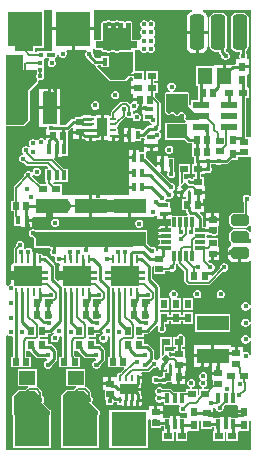
<source format=gbl>
G04*
G04 #@! TF.GenerationSoftware,Altium Limited,Altium Designer,24.6.1 (21)*
G04*
G04 Layer_Physical_Order=8*
G04 Layer_Color=16711680*
%FSLAX44Y44*%
%MOMM*%
G71*
G04*
G04 #@! TF.SameCoordinates,29A4E78F-5DBC-4D08-8976-EEF5966CA2B1*
G04*
G04*
G04 #@! TF.FilePolarity,Positive*
G04*
G01*
G75*
%ADD13C,0.1270*%
%ADD15C,0.2540*%
%ADD17R,0.7500X0.6000*%
%ADD19R,0.6000X0.6400*%
%ADD20R,3.0000X3.0000*%
%ADD21R,0.6400X0.6000*%
%ADD22R,0.6000X0.7500*%
G04:AMPARAMS|DCode=24|XSize=1.25mm|YSize=3mm|CornerRadius=0.3125mm|HoleSize=0mm|Usage=FLASHONLY|Rotation=0.000|XOffset=0mm|YOffset=0mm|HoleType=Round|Shape=RoundedRectangle|*
%AMROUNDEDRECTD24*
21,1,1.2500,2.3750,0,0,0.0*
21,1,0.6250,3.0000,0,0,0.0*
1,1,0.6250,0.3125,-1.1875*
1,1,0.6250,-0.3125,-1.1875*
1,1,0.6250,-0.3125,1.1875*
1,1,0.6250,0.3125,1.1875*
%
%ADD24ROUNDEDRECTD24*%
G04:AMPARAMS|DCode=29|XSize=1.5mm|YSize=1mm|CornerRadius=0.25mm|HoleSize=0mm|Usage=FLASHONLY|Rotation=0.000|XOffset=0mm|YOffset=0mm|HoleType=Round|Shape=RoundedRectangle|*
%AMROUNDEDRECTD29*
21,1,1.5000,0.5000,0,0,0.0*
21,1,1.0000,1.0000,0,0,0.0*
1,1,0.5000,0.5000,-0.2500*
1,1,0.5000,-0.5000,-0.2500*
1,1,0.5000,-0.5000,0.2500*
1,1,0.5000,0.5000,0.2500*
%
%ADD29ROUNDEDRECTD29*%
%ADD30R,1.3000X2.7000*%
%ADD35R,0.3400X0.8000*%
%ADD36R,0.4200X0.6600*%
%ADD37R,2.7000X1.3000*%
%ADD72C,0.4500*%
%ADD73R,1.6500X1.2000*%
%ADD74R,0.4000X0.7000*%
%ADD75R,0.3500X0.4400*%
%ADD76R,0.4400X0.3500*%
%ADD77R,0.3500X0.8500*%
%ADD78R,0.7000X0.4000*%
G04:AMPARAMS|DCode=79|XSize=0.84mm|YSize=0.26mm|CornerRadius=0.0325mm|HoleSize=0mm|Usage=FLASHONLY|Rotation=180.000|XOffset=0mm|YOffset=0mm|HoleType=Round|Shape=RoundedRectangle|*
%AMROUNDEDRECTD79*
21,1,0.8400,0.1950,0,0,180.0*
21,1,0.7750,0.2600,0,0,180.0*
1,1,0.0650,-0.3875,0.0975*
1,1,0.0650,0.3875,0.0975*
1,1,0.0650,0.3875,-0.0975*
1,1,0.0650,-0.3875,-0.0975*
%
%ADD79ROUNDEDRECTD79*%
G04:AMPARAMS|DCode=80|XSize=0.84mm|YSize=0.26mm|CornerRadius=0.0325mm|HoleSize=0mm|Usage=FLASHONLY|Rotation=90.000|XOffset=0mm|YOffset=0mm|HoleType=Round|Shape=RoundedRectangle|*
%AMROUNDEDRECTD80*
21,1,0.8400,0.1950,0,0,90.0*
21,1,0.7750,0.2600,0,0,90.0*
1,1,0.0650,0.0975,0.3875*
1,1,0.0650,0.0975,-0.3875*
1,1,0.0650,-0.0975,-0.3875*
1,1,0.0650,-0.0975,0.3875*
%
%ADD80ROUNDEDRECTD80*%
G04:AMPARAMS|DCode=81|XSize=0.5mm|YSize=0.25mm|CornerRadius=0.0313mm|HoleSize=0mm|Usage=FLASHONLY|Rotation=270.000|XOffset=0mm|YOffset=0mm|HoleType=Round|Shape=RoundedRectangle|*
%AMROUNDEDRECTD81*
21,1,0.5000,0.1875,0,0,270.0*
21,1,0.4375,0.2500,0,0,270.0*
1,1,0.0625,-0.0938,-0.2188*
1,1,0.0625,-0.0938,0.2188*
1,1,0.0625,0.0938,0.2188*
1,1,0.0625,0.0938,-0.2188*
%
%ADD81ROUNDEDRECTD81*%
%AMCUSTOMSHAPE82*
4,1,5,-0.1052,0.0000,0.0752,0.1800,0.1052,0.1800,0.1052,-0.1800,-0.1052,-0.1800,-0.1052,0.0000,0.0*%
%ADD82CUSTOMSHAPE82*%

%AMCUSTOMSHAPE83*
4,1,5,0.1052,0.0000,-0.0752,0.1800,-0.1052,0.1800,-0.1052,-0.1800,0.1052,-0.1800,0.1052,0.0000,0.0*%
%ADD83CUSTOMSHAPE83*%

%AMCUSTOMSHAPE84*
4,1,5,-0.1052,-0.0000,0.0752,-0.1800,0.1052,-0.1800,0.1052,0.1800,-0.1052,0.1800,-0.1052,-0.0000,0.0*%
%ADD84CUSTOMSHAPE84*%

%AMCUSTOMSHAPE85*
4,1,5,0.1052,-0.0000,-0.0752,-0.1800,-0.1052,-0.1800,-0.1052,0.1800,0.1052,0.1800,0.1052,-0.0000,0.0*%
%ADD85CUSTOMSHAPE85*%

%ADD86P,0.6788X4X180.0*%
G04:AMPARAMS|DCode=87|XSize=0.5mm|YSize=0.25mm|CornerRadius=0.0313mm|HoleSize=0mm|Usage=FLASHONLY|Rotation=180.000|XOffset=0mm|YOffset=0mm|HoleType=Round|Shape=RoundedRectangle|*
%AMROUNDEDRECTD87*
21,1,0.5000,0.1875,0,0,180.0*
21,1,0.4375,0.2500,0,0,180.0*
1,1,0.0625,-0.2188,0.0938*
1,1,0.0625,0.2188,0.0938*
1,1,0.0625,0.2188,-0.0938*
1,1,0.0625,-0.2188,-0.0938*
%
%ADD87ROUNDEDRECTD87*%
G04:AMPARAMS|DCode=88|XSize=0.9mm|YSize=1.6mm|CornerRadius=0.0225mm|HoleSize=0mm|Usage=FLASHONLY|Rotation=180.000|XOffset=0mm|YOffset=0mm|HoleType=Round|Shape=RoundedRectangle|*
%AMROUNDEDRECTD88*
21,1,0.9000,1.5550,0,0,180.0*
21,1,0.8550,1.6000,0,0,180.0*
1,1,0.0450,-0.4275,0.7775*
1,1,0.0450,0.4275,0.7775*
1,1,0.0450,0.4275,-0.7775*
1,1,0.0450,-0.4275,-0.7775*
%
%ADD88ROUNDEDRECTD88*%
%ADD89R,1.3500X0.6000*%
%ADD90R,1.3000X1.4000*%
%ADD91R,1.7500X1.2000*%
G04:AMPARAMS|DCode=92|XSize=0.9mm|YSize=1.6mm|CornerRadius=0.0225mm|HoleSize=0mm|Usage=FLASHONLY|Rotation=270.000|XOffset=0mm|YOffset=0mm|HoleType=Round|Shape=RoundedRectangle|*
%AMROUNDEDRECTD92*
21,1,0.9000,1.5550,0,0,270.0*
21,1,0.8550,1.6000,0,0,270.0*
1,1,0.0450,-0.7775,-0.4275*
1,1,0.0450,-0.7775,0.4275*
1,1,0.0450,0.7775,0.4275*
1,1,0.0450,0.7775,-0.4275*
%
%ADD92ROUNDEDRECTD92*%
%ADD93R,1.3500X1.1500*%
G04:AMPARAMS|DCode=94|XSize=0.6mm|YSize=0.24mm|CornerRadius=0.03mm|HoleSize=0mm|Usage=FLASHONLY|Rotation=90.000|XOffset=0mm|YOffset=0mm|HoleType=Round|Shape=RoundedRectangle|*
%AMROUNDEDRECTD94*
21,1,0.6000,0.1800,0,0,90.0*
21,1,0.5400,0.2400,0,0,90.0*
1,1,0.0600,0.0900,0.2700*
1,1,0.0600,0.0900,-0.2700*
1,1,0.0600,-0.0900,-0.2700*
1,1,0.0600,-0.0900,0.2700*
%
%ADD94ROUNDEDRECTD94*%
G04:AMPARAMS|DCode=95|XSize=1.65mm|YSize=2.4mm|CornerRadius=0.0413mm|HoleSize=0mm|Usage=FLASHONLY|Rotation=90.000|XOffset=0mm|YOffset=0mm|HoleType=Round|Shape=RoundedRectangle|*
%AMROUNDEDRECTD95*
21,1,1.6500,2.3175,0,0,90.0*
21,1,1.5675,2.4000,0,0,90.0*
1,1,0.0825,1.1588,0.7838*
1,1,0.0825,1.1588,-0.7838*
1,1,0.0825,-1.1588,-0.7838*
1,1,0.0825,-1.1588,0.7838*
%
%ADD95ROUNDEDRECTD95*%
%ADD96C,1.0000*%
%ADD97C,1.2500*%
G36*
X208626Y266946D02*
X207470Y266670D01*
X207355Y266670D01*
X204340D01*
Y299730D01*
X206770D01*
Y308270D01*
X206018D01*
X205270Y309230D01*
X205270Y319270D01*
X206461Y319460D01*
X206540D01*
Y324480D01*
X201000D01*
Y327020D01*
X206540D01*
Y332040D01*
X205677D01*
X205110Y333310D01*
X205520Y334300D01*
Y335700D01*
X204984Y336994D01*
X204215Y337763D01*
Y339235D01*
X205294Y339956D01*
X206265Y341410D01*
X206606Y343125D01*
Y366875D01*
X206265Y368590D01*
X205294Y370044D01*
X203840Y371015D01*
X202125Y371356D01*
X195875D01*
X194160Y371015D01*
X192706Y370044D01*
X191735Y368590D01*
X191394Y366875D01*
Y343125D01*
X191735Y341410D01*
X192706Y339956D01*
X194160Y338985D01*
X195875Y338644D01*
X199035D01*
Y337013D01*
X199016Y336994D01*
X198480Y335700D01*
Y334300D01*
X198890Y333310D01*
X198323Y332040D01*
X195460D01*
Y328636D01*
X195040Y327540D01*
X194190Y327540D01*
X187270D01*
Y318000D01*
X184730D01*
Y327540D01*
X176960D01*
Y326270D01*
X162230D01*
Y309730D01*
X163306D01*
X163330Y308470D01*
X163330D01*
Y299530D01*
X163560D01*
Y297770D01*
X158130D01*
Y294324D01*
X156860Y293695D01*
X156375Y294065D01*
Y303000D01*
X156020Y303856D01*
Y304020D01*
X155856D01*
X155000Y304375D01*
X142600D01*
X142348Y305645D01*
X143244Y306016D01*
X144234Y307006D01*
X144770Y308300D01*
Y309700D01*
X144234Y310994D01*
X143244Y311984D01*
X141950Y312520D01*
X140550D01*
X139256Y311984D01*
X138266Y310994D01*
X137730Y309700D01*
Y308300D01*
X138266Y307006D01*
X139256Y306016D01*
X140152Y305645D01*
X139900Y304375D01*
X137000D01*
X136144Y304020D01*
X135980D01*
Y303856D01*
X135625Y303000D01*
Y288000D01*
X135625Y288000D01*
X136028Y287028D01*
X136028Y287028D01*
X138036Y285020D01*
X138166Y284966D01*
X138244Y284849D01*
X138267Y284845D01*
X138637Y284771D01*
X139008Y284618D01*
X139014Y284620D01*
X139016Y284619D01*
X139141Y284671D01*
X139276Y284644D01*
X139284Y284646D01*
X139284Y284646D01*
X139617Y284868D01*
X139988Y285022D01*
X140785Y285819D01*
X141573Y286145D01*
X142427D01*
X143215Y285819D01*
X143819Y285215D01*
X144043Y284675D01*
X144236Y284481D01*
X144341Y284229D01*
X144593Y284124D01*
X144787Y283931D01*
X145060D01*
X145313Y283826D01*
X146687D01*
X146940Y283931D01*
X147213D01*
X147407Y284124D01*
X147659Y284229D01*
X147764Y284481D01*
X147957Y284675D01*
X148181Y285215D01*
X148785Y285819D01*
X149573Y286145D01*
X150427D01*
X151215Y285819D01*
X151819Y285215D01*
X152145Y284427D01*
Y283573D01*
X151823Y282796D01*
Y282787D01*
X151817Y282781D01*
X151823Y282262D01*
Y281744D01*
X151830Y281738D01*
X151830Y281729D01*
X152210Y280842D01*
X152342Y280713D01*
X152392Y280534D01*
X152693Y280151D01*
X152769Y280108D01*
X152802Y280028D01*
X153218Y279856D01*
X153335Y279790D01*
X153057Y278520D01*
X153057Y278520D01*
X135980D01*
Y263980D01*
X152255D01*
X152471Y263657D01*
X153959Y262169D01*
X154799Y261607D01*
X155790Y261410D01*
X158330D01*
Y259530D01*
X158330D01*
Y258470D01*
X158330D01*
Y249530D01*
X160010D01*
Y245888D01*
X160207Y244897D01*
X160446Y244540D01*
X159841Y243283D01*
X159825Y243270D01*
X158730D01*
Y234730D01*
X161160D01*
Y232670D01*
X159530D01*
Y230990D01*
X158306D01*
X158272Y231072D01*
X157300Y231475D01*
X155196D01*
X154224Y231072D01*
X153132Y230855D01*
X153000Y230986D01*
X152868Y230855D01*
X152806Y230867D01*
X151694Y231476D01*
Y234730D01*
X157270D01*
Y243270D01*
X147230D01*
Y234730D01*
X147810D01*
Y231106D01*
X147728Y231072D01*
X147325Y230100D01*
Y226500D01*
X147674Y225660D01*
X146014Y224000D01*
X146794Y223220D01*
X146307Y222491D01*
X146110Y221500D01*
Y220970D01*
X149752D01*
Y219700D01*
X151022D01*
Y215354D01*
X151795Y215507D01*
X152388Y215904D01*
X153275Y215614D01*
X153658Y215341D01*
Y213470D01*
X150330D01*
Y204530D01*
X153740D01*
Y203524D01*
X153937Y202533D01*
X154499Y201692D01*
X155187Y201005D01*
X154561Y199834D01*
X154475Y199851D01*
X152525D01*
X151903Y199727D01*
X151375Y199375D01*
X150625Y199375D01*
X150097Y199727D01*
X149475Y199851D01*
X147525D01*
X146903Y199727D01*
X146375Y199375D01*
X145625Y199375D01*
X145097Y199727D01*
X144475Y199851D01*
X142525D01*
X142310Y199809D01*
X141600Y200230D01*
X136270D01*
Y196960D01*
X140899D01*
Y191703D01*
X140525Y191396D01*
X137920D01*
Y187500D01*
X136650D01*
Y186230D01*
X129913D01*
X130076Y185407D01*
X130348Y185000D01*
X130076Y184593D01*
X129913Y183770D01*
X136650D01*
Y181230D01*
X129913D01*
X130076Y180407D01*
X130709Y179459D01*
X131270Y179085D01*
X131149Y178475D01*
Y176525D01*
X131270Y175915D01*
X130709Y175541D01*
X130076Y174593D01*
X129913Y173770D01*
X136650D01*
Y171230D01*
X129913D01*
X130021Y170686D01*
X129953Y170497D01*
X129543Y169976D01*
X129235Y169726D01*
X128520Y170089D01*
Y170700D01*
X127984Y171994D01*
X126994Y172984D01*
X125700Y173520D01*
X124300D01*
X123482Y173181D01*
X120770Y175893D01*
Y187770D01*
X91230D01*
Y187585D01*
X87770D01*
Y187770D01*
X58230D01*
Y187585D01*
X54770D01*
Y187770D01*
X26208D01*
X25994Y187984D01*
X24700Y188520D01*
X23300D01*
X22006Y187984D01*
X21016Y186994D01*
X20480Y185700D01*
Y184300D01*
X21016Y183006D01*
X22006Y182016D01*
X23300Y181480D01*
X23977D01*
X25230Y180227D01*
Y172230D01*
X38751D01*
X39137Y170960D01*
X39016Y170839D01*
X38480Y169545D01*
Y168145D01*
X39016Y166851D01*
X40006Y165861D01*
X41300Y165325D01*
X41758D01*
X42607Y164055D01*
X42460Y163700D01*
Y162300D01*
X42996Y161006D01*
X43986Y160016D01*
X45280Y159480D01*
X46100D01*
X46816Y158266D01*
X46631Y157990D01*
X46402Y156838D01*
Y152750D01*
X49000D01*
Y157250D01*
X73000D01*
Y152750D01*
X78000D01*
Y150250D01*
X73000D01*
Y147750D01*
X78000D01*
Y145250D01*
X73000D01*
Y140750D01*
X49000D01*
Y145250D01*
X46402D01*
Y144554D01*
X45229Y144068D01*
X44047Y145250D01*
X44000D01*
Y145297D01*
X42590Y146707D01*
X42590Y157000D01*
X42393Y157991D01*
X41831Y158831D01*
X35423Y165239D01*
X34583Y165800D01*
X33592Y165998D01*
X32442D01*
X32379Y166313D01*
X32032Y166832D01*
X31513Y167179D01*
X30900Y167301D01*
X29100D01*
X28488Y167179D01*
X28303Y167216D01*
X27947Y167747D01*
X27008Y168375D01*
X26270Y168522D01*
Y163000D01*
X23730D01*
Y168899D01*
X23520Y169072D01*
Y169700D01*
X22984Y170994D01*
X21994Y171984D01*
X20700Y172520D01*
X19300D01*
X18006Y171984D01*
X17830Y171808D01*
X17352Y171348D01*
X16186Y171989D01*
X15984Y173006D01*
X16520Y174300D01*
Y175700D01*
X15984Y176994D01*
X14994Y177984D01*
X13700Y178520D01*
X12300D01*
X11006Y177984D01*
X10016Y176994D01*
X9480Y175700D01*
Y174300D01*
X9501Y174248D01*
X8472Y173218D01*
X8051Y172588D01*
X7903Y171845D01*
Y166734D01*
X7621Y166313D01*
X7499Y165700D01*
Y160300D01*
X7620Y159690D01*
X7261Y159619D01*
X6284Y158966D01*
X5631Y157990D01*
X5402Y156838D01*
Y152750D01*
X8000D01*
Y157250D01*
X32000D01*
Y152750D01*
X37000D01*
Y150250D01*
X32000D01*
Y147750D01*
X37000D01*
Y145250D01*
X32000D01*
Y140750D01*
X8000D01*
Y145250D01*
X5402D01*
Y141864D01*
X4619D01*
X3326Y141328D01*
X2645Y140647D01*
X1374Y141084D01*
Y275442D01*
X15817Y275442D01*
X15817Y275442D01*
X16789Y275845D01*
X16789Y275845D01*
X17174Y276230D01*
X17770D01*
Y276826D01*
X20972Y280028D01*
X21375Y281000D01*
X21375Y281000D01*
X21375Y305431D01*
X27972Y312028D01*
X28375Y313000D01*
X28375Y313000D01*
Y313862D01*
X29300Y314480D01*
X30700D01*
X31994Y315016D01*
X32984Y316006D01*
X33520Y317300D01*
Y318700D01*
X33020Y319907D01*
Y325780D01*
Y332720D01*
X34182Y332980D01*
X37261D01*
X37437Y332663D01*
X37651Y331710D01*
X36862Y330921D01*
X36326Y329628D01*
Y328227D01*
X36862Y326934D01*
X37852Y325943D01*
X39146Y325407D01*
X40546D01*
X41840Y325943D01*
X42830Y326934D01*
X43366Y328227D01*
Y329628D01*
X42830Y330921D01*
X42369Y331382D01*
X42617Y332860D01*
X42994Y333016D01*
X43984Y334006D01*
X44520Y335300D01*
Y335806D01*
X45790Y336059D01*
X46226Y335006D01*
X47216Y334016D01*
X48510Y333480D01*
X49910D01*
X51204Y334016D01*
X52194Y335006D01*
X52730Y336300D01*
Y337700D01*
X52194Y338994D01*
X51998Y339190D01*
X52524Y340460D01*
X56730D01*
Y356730D01*
X40460D01*
Y340460D01*
X39982Y339388D01*
X39093Y339020D01*
X27280D01*
Y337942D01*
X25520D01*
Y341730D01*
X33270D01*
Y373626D01*
X40460D01*
Y359270D01*
X75540D01*
Y373626D01*
X158265D01*
X158390Y372356D01*
X157665Y372211D01*
X155791Y370959D01*
X154539Y369085D01*
X154099Y366875D01*
Y356270D01*
X171901D01*
Y366875D01*
X171461Y369085D01*
X170209Y370959D01*
X168335Y372211D01*
X167610Y372356D01*
X167735Y373626D01*
X208626D01*
Y266946D01*
D02*
G37*
G36*
X155000Y293000D02*
X158130Y289870D01*
Y289230D01*
X158770D01*
X161000Y287000D01*
X164537D01*
X165321Y285822D01*
X165310Y285730D01*
X164777Y285373D01*
X164356Y284743D01*
X164208Y284000D01*
X164356Y283257D01*
X164777Y282627D01*
X165310Y282270D01*
X165320Y282178D01*
X164536Y281000D01*
X153774D01*
X153473Y281383D01*
X153093Y282270D01*
X153520Y283300D01*
Y284700D01*
X152984Y285994D01*
X151994Y286984D01*
X150700Y287520D01*
X149300D01*
X148006Y286984D01*
X147016Y285994D01*
X146687Y285201D01*
X145313D01*
X144984Y285994D01*
X143994Y286984D01*
X142700Y287520D01*
X141300D01*
X140006Y286984D01*
X139016Y285994D01*
X139008Y285992D01*
X137000Y288000D01*
Y303000D01*
X155000D01*
Y293000D01*
D02*
G37*
G36*
X15817Y323000D02*
X26980Y323000D01*
Y319907D01*
X26480Y318700D01*
Y317300D01*
X27000Y316045D01*
Y313000D01*
X20000Y306000D01*
X20000Y281000D01*
X15817Y276817D01*
X1374Y276817D01*
Y336000D01*
X15817D01*
X15817Y323000D01*
D02*
G37*
G36*
X207355Y249330D02*
X207470Y249330D01*
X208626Y249053D01*
Y217149D01*
X207355Y216623D01*
X206994Y216984D01*
X205700Y217520D01*
X204300D01*
X203006Y216984D01*
X202016Y215994D01*
X201480Y214700D01*
Y213300D01*
X202016Y212006D01*
X202440Y211582D01*
Y202344D01*
X194000D01*
X192529Y202051D01*
X191282Y201218D01*
X190449Y199971D01*
X190156Y198500D01*
Y193500D01*
X190449Y192029D01*
X191282Y190782D01*
X192529Y189949D01*
X194000Y189656D01*
X204000D01*
X205471Y189949D01*
X206718Y190782D01*
X207355Y191736D01*
X208626Y191415D01*
Y186585D01*
X207355Y186264D01*
X206718Y187218D01*
X205471Y188051D01*
X204000Y188344D01*
X194000D01*
X192529Y188051D01*
X191282Y187218D01*
X190449Y185971D01*
X190156Y184500D01*
Y179500D01*
X190449Y178029D01*
X191282Y176782D01*
X191750Y176469D01*
X191816Y176185D01*
X191663Y175000D01*
X190366Y174134D01*
X189252Y172466D01*
X188861Y170500D01*
Y169270D01*
X199000D01*
Y168000D01*
X200270D01*
Y160361D01*
X204000D01*
X205966Y160752D01*
X207355Y161681D01*
X208626Y161239D01*
Y124350D01*
X207355Y124097D01*
X206984Y124994D01*
X205994Y125984D01*
X204700Y126520D01*
X203300D01*
X202006Y125984D01*
X201016Y124994D01*
X200480Y123700D01*
Y122300D01*
X201016Y121006D01*
X202006Y120016D01*
X203300Y119480D01*
X204700D01*
X205994Y120016D01*
X206984Y121006D01*
X207355Y121903D01*
X208626Y121650D01*
Y110350D01*
X207355Y110097D01*
X206984Y110994D01*
X205994Y111984D01*
X204700Y112520D01*
X203300D01*
X202006Y111984D01*
X201016Y110994D01*
X200480Y109700D01*
Y108300D01*
X201016Y107006D01*
X202006Y106016D01*
X203300Y105480D01*
X204700D01*
X205994Y106016D01*
X206984Y107006D01*
X207355Y107903D01*
X208626Y107650D01*
Y96350D01*
X207355Y96097D01*
X206984Y96994D01*
X205994Y97984D01*
X204700Y98520D01*
X203300D01*
X202006Y97984D01*
X201016Y96994D01*
X200480Y95700D01*
Y94300D01*
X201016Y93006D01*
X202006Y92016D01*
X203300Y91480D01*
X204700D01*
X205994Y92016D01*
X206984Y93006D01*
X207355Y93903D01*
X208626Y93650D01*
Y82350D01*
X207355Y82097D01*
X206984Y82994D01*
X205994Y83984D01*
X204700Y84520D01*
X203300D01*
X203010Y84400D01*
X201740Y85248D01*
Y88940D01*
X197270D01*
Y83400D01*
X194730D01*
Y88940D01*
X192040D01*
Y90040D01*
X177270D01*
Y81000D01*
X176000D01*
Y79730D01*
X159960D01*
Y71960D01*
X173998D01*
X175260Y71940D01*
Y67670D01*
X181000D01*
Y65130D01*
X175260D01*
Y60860D01*
X176530D01*
Y57137D01*
X175992Y57030D01*
X175362Y56608D01*
X172023Y53270D01*
X168845D01*
X168700Y54480D01*
X169994Y55016D01*
X170984Y56006D01*
X171520Y57300D01*
Y58700D01*
X170984Y59994D01*
X170147Y60831D01*
X171091Y61775D01*
X171627Y63069D01*
Y64469D01*
X171091Y65763D01*
X170101Y66753D01*
X168807Y67289D01*
X167407D01*
X166113Y66753D01*
X165123Y65763D01*
X164587Y64469D01*
Y63069D01*
X165123Y61775D01*
X165960Y60938D01*
X165016Y59994D01*
X164480Y58700D01*
Y57300D01*
X165016Y56006D01*
X166006Y55016D01*
X167300Y54480D01*
X167155Y53270D01*
X164730D01*
Y47741D01*
X164540Y47614D01*
X163270Y48293D01*
Y53270D01*
X158845D01*
X158700Y54480D01*
X159994Y55016D01*
X160984Y56006D01*
X161520Y57300D01*
Y58700D01*
X160984Y59994D01*
X159994Y60984D01*
X158700Y61520D01*
X157300D01*
X156006Y60984D01*
X155016Y59994D01*
X154480Y58700D01*
Y57300D01*
X155016Y56006D01*
X156006Y55016D01*
X157300Y54480D01*
X157155Y53270D01*
X153230D01*
Y50557D01*
X151615D01*
X151427Y50520D01*
X147480Y50520D01*
X146210Y50520D01*
X143727D01*
X141718Y52528D01*
X141088Y52950D01*
X140345Y53097D01*
X133881D01*
X132994Y53984D01*
X131700Y54520D01*
X130300D01*
X129006Y53984D01*
X128016Y52994D01*
X127480Y51700D01*
Y50300D01*
X128016Y49006D01*
X128192Y48830D01*
X128991Y48000D01*
X128192Y47170D01*
X128016Y46994D01*
X127480Y45700D01*
Y44300D01*
X128016Y43006D01*
X129006Y42016D01*
X130300Y41480D01*
X131700D01*
X132994Y42016D01*
X133210Y42232D01*
X134480Y41706D01*
Y39904D01*
X133941Y39202D01*
X133434Y38940D01*
X129270D01*
Y34670D01*
X133740D01*
Y38516D01*
X134279Y39218D01*
X134786Y39480D01*
X140520D01*
Y39480D01*
X140980D01*
Y39480D01*
X147706Y39480D01*
X148232Y38210D01*
X148016Y37994D01*
X147480Y36700D01*
Y35300D01*
X148016Y34006D01*
X149006Y33016D01*
X150300Y32480D01*
X151700D01*
X152994Y33016D01*
X153190Y33212D01*
X154460Y32686D01*
Y29317D01*
X153520Y28520D01*
X153190Y28520D01*
X148290D01*
Y29790D01*
X145270D01*
Y23000D01*
X142730D01*
Y29790D01*
X139710D01*
Y28520D01*
X134737D01*
X134480Y28520D01*
X133740Y29483D01*
Y32130D01*
X128000D01*
Y33400D01*
X126730D01*
Y38940D01*
X122260D01*
Y35946D01*
X121270Y35270D01*
X120990Y35270D01*
X88730D01*
Y2730D01*
X121270D01*
Y26427D01*
X122465Y27366D01*
X123233Y27204D01*
X123480Y26700D01*
Y25300D01*
X123530Y25179D01*
Y20330D01*
X132470D01*
Y22010D01*
X134480D01*
Y17480D01*
X133297Y17270D01*
X133230D01*
Y8730D01*
X143270D01*
Y16210D01*
X144730D01*
Y8730D01*
X154770D01*
Y16482D01*
X155730Y17230D01*
X156024Y17230D01*
X164270D01*
Y26184D01*
X165260Y26860D01*
X166530Y26184D01*
Y19330D01*
X175470D01*
Y21010D01*
X177480D01*
Y17480D01*
X176297Y17270D01*
X176230D01*
Y8730D01*
X186270D01*
Y16210D01*
X187730D01*
Y8730D01*
X197770D01*
Y16482D01*
X198730Y17230D01*
X199023Y17230D01*
X207270D01*
X207270Y25671D01*
X208540Y26292D01*
X208626Y26225D01*
Y1374D01*
X1374D01*
Y98061D01*
X2645Y98588D01*
X3216Y98016D01*
X4510Y97480D01*
X5910D01*
X6140Y97575D01*
X7410Y96727D01*
Y80470D01*
X5330D01*
Y71530D01*
X13870D01*
Y71530D01*
X14130D01*
Y71530D01*
X22670D01*
Y80470D01*
X18560D01*
X18433Y81104D01*
X18012Y81735D01*
X18012Y81735D01*
X17942Y81805D01*
Y85230D01*
X21370D01*
X21899Y84439D01*
X26169Y80169D01*
X27009Y79607D01*
X28000Y79410D01*
X34312D01*
X34706Y79016D01*
X36000Y78480D01*
X36015Y77210D01*
X36000Y77143D01*
X34706Y76607D01*
X33716Y75617D01*
X33180Y74323D01*
Y72923D01*
X33716Y71629D01*
X34706Y70639D01*
X36000Y70103D01*
X37400D01*
X38694Y70639D01*
X39684Y71629D01*
X40220Y72923D01*
Y73316D01*
X43519Y76615D01*
X44081Y77455D01*
X44278Y78446D01*
Y85312D01*
X44081Y86303D01*
X43519Y87143D01*
X40498Y90164D01*
X39658Y90726D01*
X38667Y90923D01*
X36270D01*
Y95270D01*
X30719D01*
X30000Y96540D01*
X30113Y96730D01*
X36270D01*
Y99868D01*
X38458D01*
X39449Y100065D01*
X40289Y100627D01*
X40609Y100947D01*
X40655Y100958D01*
X41976Y100585D01*
X41769Y99464D01*
X40475Y98928D01*
X39485Y97938D01*
X38949Y96644D01*
Y95244D01*
X39485Y93950D01*
X40475Y92960D01*
X41769Y92424D01*
X43169D01*
X44463Y92960D01*
X45453Y93950D01*
X45989Y95244D01*
Y96644D01*
X45962Y96708D01*
X46655Y97969D01*
X47196Y98089D01*
X48340Y97211D01*
Y80470D01*
X46330D01*
Y71530D01*
X54870D01*
Y71530D01*
X55130D01*
Y71530D01*
X63670D01*
Y80470D01*
X59560D01*
X59433Y81104D01*
X59012Y81735D01*
X59012Y81735D01*
X58942Y81805D01*
Y85230D01*
X62370D01*
X62899Y84439D01*
X67169Y80169D01*
X68009Y79607D01*
X69000Y79410D01*
X75312D01*
X75706Y79016D01*
X77000Y78480D01*
X77015Y77210D01*
X77000Y77143D01*
X75706Y76607D01*
X74716Y75617D01*
X74180Y74323D01*
Y72923D01*
X74716Y71629D01*
X75706Y70639D01*
X77000Y70103D01*
X78400D01*
X79694Y70639D01*
X80684Y71629D01*
X81220Y72923D01*
Y73316D01*
X84519Y76615D01*
X85081Y77455D01*
X85278Y78446D01*
Y85312D01*
X85081Y86303D01*
X84519Y87143D01*
X81498Y90164D01*
X80658Y90726D01*
X79667Y90923D01*
X77270D01*
Y95270D01*
X71719D01*
X71000Y96540D01*
X71114Y96730D01*
X77270D01*
Y99868D01*
X79458D01*
X80449Y100065D01*
X81289Y100627D01*
X81946Y101284D01*
X83343Y100920D01*
X83485Y100531D01*
X82921Y99384D01*
X81627Y98848D01*
X80637Y97858D01*
X80101Y96565D01*
Y95164D01*
X80637Y93870D01*
X81627Y92880D01*
X82921Y92344D01*
X84321D01*
X85615Y92880D01*
X86605Y93870D01*
X87141Y95164D01*
Y96565D01*
X87108Y96644D01*
X87806Y97937D01*
X88269Y98037D01*
X89410Y97159D01*
Y80470D01*
X87330D01*
Y71530D01*
X95870D01*
Y71530D01*
X96130D01*
Y71530D01*
X100863D01*
X101349Y70357D01*
X97972Y66979D01*
X97949Y66946D01*
X97304Y66301D01*
X96562D01*
X95945Y66178D01*
X95422Y65828D01*
X95072Y65305D01*
X94949Y64688D01*
Y64123D01*
X94740Y62940D01*
X90270D01*
Y57400D01*
X89000D01*
Y56130D01*
X83260D01*
Y51860D01*
X84530D01*
Y44330D01*
X84812D01*
X85480Y43330D01*
Y41930D01*
X86016Y40636D01*
X87006Y39646D01*
X88300Y39110D01*
X89700D01*
X90994Y39646D01*
X91984Y40636D01*
X92520Y41930D01*
X92834Y42187D01*
X93070Y42140D01*
X94949D01*
Y41312D01*
X95072Y40695D01*
X95422Y40172D01*
X95945Y39822D01*
X96562Y39699D01*
X98438D01*
X99055Y39822D01*
X99139Y39805D01*
X99506Y39256D01*
X100450Y38626D01*
X101230Y38470D01*
Y43500D01*
X103770D01*
Y38470D01*
X104551Y38626D01*
X105000Y38926D01*
X105449Y38626D01*
X106230Y38470D01*
Y43500D01*
X108770D01*
Y38470D01*
X109551Y38626D01*
X110000Y38926D01*
X110450Y38626D01*
X111230Y38470D01*
Y43500D01*
X112500D01*
Y44770D01*
X116346D01*
Y45687D01*
X116124Y46800D01*
X115494Y47744D01*
X115410Y47800D01*
X115594Y48725D01*
Y51730D01*
X105000D01*
Y54270D01*
X115594D01*
Y57275D01*
X115410Y58200D01*
X115494Y58256D01*
X116124Y59200D01*
X116346Y60312D01*
Y61230D01*
X112500D01*
Y63770D01*
X116346D01*
Y64688D01*
X116124Y65800D01*
X115820Y66256D01*
X116436Y67526D01*
X121484D01*
X122227Y67674D01*
X122858Y68095D01*
X125756Y70993D01*
X125808Y70972D01*
X127208D01*
X128502Y71508D01*
X128856Y71862D01*
X129062Y71868D01*
X130206Y71416D01*
X130307Y70909D01*
X130869Y70069D01*
X131709Y69507D01*
X132482Y69354D01*
Y73700D01*
X135022D01*
Y69354D01*
X135795Y69507D01*
X136388Y69904D01*
X137275Y69614D01*
X137658Y69341D01*
Y67470D01*
X134330D01*
Y64365D01*
X134300D01*
X133006Y63829D01*
X132612Y63435D01*
X130388D01*
X129994Y63829D01*
X128700Y64365D01*
X127300D01*
X126006Y63829D01*
X125016Y62839D01*
X124480Y61545D01*
Y60145D01*
X125016Y58851D01*
X126006Y57861D01*
X127300Y57325D01*
X128700D01*
X129994Y57861D01*
X130388Y58255D01*
X132612D01*
X133006Y57861D01*
X134300Y57325D01*
X135700D01*
X136994Y57861D01*
X137663Y58530D01*
X141860D01*
Y57260D01*
X146130D01*
Y63000D01*
X147400D01*
Y64270D01*
X152940D01*
Y68060D01*
X153740D01*
Y72330D01*
X148000D01*
Y74870D01*
X153740D01*
Y79140D01*
X152470D01*
Y86670D01*
X150365D01*
Y88730D01*
X152770D01*
Y97270D01*
X152188D01*
X151880Y98014D01*
X150890Y99004D01*
X149596Y99540D01*
X148196D01*
X146902Y99004D01*
X145912Y98014D01*
X145604Y97270D01*
X142730D01*
Y88730D01*
X145185D01*
Y86670D01*
X143530D01*
Y84890D01*
X142347D01*
X142272Y85072D01*
X141300Y85475D01*
X139196D01*
X138224Y85072D01*
X137132Y84855D01*
X137000Y84986D01*
X136868Y84855D01*
X136806Y84867D01*
X135694Y85477D01*
Y88730D01*
X141270D01*
Y97270D01*
X131230D01*
Y88730D01*
X131810D01*
Y85106D01*
X131728Y85072D01*
X131325Y84100D01*
Y80500D01*
X131673Y79660D01*
X130014Y78000D01*
D01*
X129931Y77843D01*
X128502Y77476D01*
X127208Y78012D01*
X126634D01*
X126278Y78446D01*
Y85312D01*
X126081Y86303D01*
X125519Y87143D01*
X122498Y90164D01*
X121658Y90726D01*
X120667Y90923D01*
X118270D01*
Y95270D01*
X112719D01*
X112000Y96540D01*
X112114Y96730D01*
X118270D01*
Y99868D01*
X120458D01*
X121449Y100065D01*
X122289Y100627D01*
X128768Y107106D01*
X130136Y106678D01*
X130226Y106184D01*
X130016Y105974D01*
X129480Y104680D01*
Y103280D01*
X130016Y101986D01*
X131006Y100996D01*
X132300Y100460D01*
X133700D01*
X134994Y100996D01*
X135984Y101986D01*
X136520Y103280D01*
Y104680D01*
X135984Y105974D01*
X135965Y105993D01*
Y108230D01*
X139270D01*
Y110660D01*
X140730D01*
Y108230D01*
X149270D01*
Y110660D01*
X150730D01*
Y108230D01*
X159270D01*
Y118270D01*
X150730D01*
Y115840D01*
X149270D01*
Y118270D01*
X140730D01*
Y115840D01*
X139270D01*
Y118270D01*
X131110D01*
Y119730D01*
X139270D01*
Y129770D01*
X131110D01*
Y139114D01*
X130913Y140105D01*
X130352Y140945D01*
X124590Y146707D01*
X124590Y156510D01*
X125671Y157324D01*
X126530Y156929D01*
Y150330D01*
X135470D01*
Y152658D01*
X139476D01*
X140219Y152806D01*
X140236Y152817D01*
X141050Y152480D01*
X142450D01*
X143744Y153016D01*
X144734Y154006D01*
X145270Y155300D01*
Y156700D01*
X144978Y157406D01*
X145295Y157881D01*
X145442Y158624D01*
X146706Y158757D01*
X147127Y158127D01*
X152058Y153195D01*
Y144706D01*
X152205Y143963D01*
X152627Y143333D01*
X154332Y141627D01*
X154333Y141627D01*
X154963Y141206D01*
X155706Y141058D01*
X172750D01*
X173493Y141206D01*
X174123Y141627D01*
X184998Y152501D01*
X185050Y152480D01*
X186450D01*
X187744Y153016D01*
X188734Y154006D01*
X189270Y155300D01*
Y156700D01*
X188734Y157994D01*
X187744Y158984D01*
X186450Y159520D01*
X185050D01*
X183756Y158984D01*
X182766Y157994D01*
X182230Y156700D01*
Y155300D01*
X182251Y155248D01*
X176113Y149110D01*
X174940Y149596D01*
Y152480D01*
X174950D01*
X176244Y153016D01*
X177234Y154006D01*
X177770Y155300D01*
Y156700D01*
X177234Y157994D01*
X176244Y158984D01*
X174950Y159520D01*
X173550D01*
X173498Y159499D01*
X172110Y160887D01*
X172596Y162060D01*
X174730D01*
Y167600D01*
X176000D01*
Y168870D01*
X181740D01*
Y173140D01*
X180470D01*
Y180670D01*
X171976D01*
X171043Y181379D01*
X170851Y181659D01*
Y182341D01*
X171530Y183330D01*
X171626Y183330D01*
X174691D01*
X175006Y183015D01*
X176299Y182480D01*
X177700D01*
X178993Y183015D01*
X179308Y183330D01*
X180470D01*
Y185180D01*
X180520Y185299D01*
Y186700D01*
X180470Y186820D01*
Y190860D01*
X181740D01*
Y195130D01*
X176000D01*
X170260D01*
Y190860D01*
X169309Y190090D01*
X169283D01*
X169225Y190101D01*
X167940D01*
Y198169D01*
X167743Y199160D01*
X167181Y200000D01*
X165094Y202087D01*
X165580Y203260D01*
X168940D01*
Y207730D01*
X163400D01*
Y210270D01*
X168940D01*
Y214060D01*
X169740D01*
Y218330D01*
X164000D01*
Y220870D01*
X169740D01*
Y225140D01*
X168470D01*
Y232670D01*
X166340D01*
Y234730D01*
X168770D01*
Y235406D01*
X169956Y236016D01*
X171250Y235480D01*
X172650D01*
X173944Y236016D01*
X174934Y237006D01*
X175470Y238300D01*
Y239700D01*
X174934Y240994D01*
X174540Y241388D01*
Y243298D01*
X178879D01*
X179161Y243016D01*
X180455Y242480D01*
X181855D01*
X183149Y243016D01*
X183431Y243298D01*
X187388D01*
X188379Y243495D01*
X189219Y244057D01*
X192393Y247230D01*
X197270D01*
Y249306D01*
X198530Y249330D01*
Y249330D01*
X207355D01*
D02*
G37*
G36*
X114000Y152750D02*
X119000D01*
Y150250D01*
X114000D01*
Y147750D01*
X119000D01*
Y145250D01*
X114000D01*
Y140750D01*
X90000D01*
Y145250D01*
X85000D01*
Y147750D01*
X90000D01*
Y150250D01*
X85000D01*
Y152750D01*
X90000D01*
Y157250D01*
X114000D01*
Y152750D01*
D02*
G37*
G36*
X190020Y39480D02*
Y39480D01*
X190480D01*
Y39480D01*
X196190D01*
X196520Y39480D01*
X197460Y38683D01*
Y35020D01*
X203000D01*
Y32480D01*
X197460D01*
Y29317D01*
X196520Y28520D01*
X196190Y28520D01*
X191290D01*
Y29790D01*
X188270D01*
Y23000D01*
X185730D01*
Y29790D01*
X182710D01*
Y28520D01*
X177480D01*
X176740Y29483D01*
Y31130D01*
X171000D01*
Y33670D01*
X176740D01*
Y37300D01*
X177210Y37633D01*
X178480Y36977D01*
Y36530D01*
X179016Y35236D01*
X180006Y34246D01*
X181300Y33710D01*
X182700D01*
X183994Y34246D01*
X184984Y35236D01*
X185520Y36530D01*
Y37930D01*
X185420Y38173D01*
X186727Y39480D01*
X189210D01*
X190020Y39480D01*
D02*
G37*
%LPC*%
G36*
X124700Y365520D02*
X123300D01*
X122006Y364984D01*
X121830Y364808D01*
X121000Y364009D01*
X120170Y364808D01*
X119994Y364984D01*
X118700Y365520D01*
X117300D01*
X116006Y364984D01*
X115016Y363994D01*
X114480Y362700D01*
Y361300D01*
X115016Y360006D01*
X115764Y359258D01*
X115908Y358500D01*
X115764Y357742D01*
X115016Y356994D01*
X114480Y355700D01*
Y354300D01*
X115016Y353006D01*
X115764Y352258D01*
X115908Y351500D01*
X115764Y350742D01*
X115016Y349994D01*
X114516Y348787D01*
X113947Y348600D01*
X113272Y348472D01*
X112300Y348875D01*
X108225D01*
Y363000D01*
X107822Y363972D01*
X106850Y364375D01*
X102650D01*
X102548Y364332D01*
X101500Y364024D01*
X100452Y364332D01*
X100350Y364375D01*
X97603D01*
X96994Y364984D01*
X95700Y365520D01*
X94300D01*
X93006Y364984D01*
X92397Y364375D01*
X90603D01*
X89994Y364984D01*
X88700Y365520D01*
X87300D01*
X86006Y364984D01*
X85397Y364375D01*
X83150D01*
X82178Y363972D01*
X81775Y363000D01*
Y348875D01*
X77700D01*
X76728Y348472D01*
X75540Y348923D01*
Y356730D01*
X59270D01*
Y340460D01*
X69264D01*
X69598Y339591D01*
X69635Y339190D01*
X68729Y338284D01*
X68193Y336990D01*
Y335590D01*
X68729Y334296D01*
X69719Y333306D01*
X69922Y333222D01*
X70257Y332720D01*
X74509Y328469D01*
X75349Y327907D01*
X76106Y327757D01*
X76573Y327459D01*
X76614Y327414D01*
X77088Y326537D01*
X77193Y326284D01*
Y326011D01*
X77386Y325817D01*
X77491Y325565D01*
X89028Y314028D01*
X90000Y313625D01*
X90000Y313625D01*
X102000D01*
X102000Y313625D01*
X102972Y314028D01*
X102972Y314028D01*
X106002Y317058D01*
X107332D01*
X108230Y316160D01*
X108230Y313730D01*
X107039Y313540D01*
X106960D01*
Y309270D01*
X113250D01*
Y306730D01*
X106960D01*
Y302460D01*
X109060D01*
Y299270D01*
X114600D01*
Y298000D01*
X115870D01*
Y292260D01*
X115960D01*
Y291770D01*
X122000D01*
Y289230D01*
X115960D01*
Y285960D01*
X117230D01*
Y280230D01*
X122509D01*
X123016Y279006D01*
X124006Y278016D01*
X124301Y277894D01*
X124778Y276321D01*
X124648Y276126D01*
X122444D01*
X121453Y275929D01*
X120613Y275367D01*
X117040Y271795D01*
X115770Y272321D01*
Y272770D01*
X110040D01*
Y274040D01*
X106770D01*
Y268000D01*
Y261960D01*
X110040D01*
Y263230D01*
X115770D01*
Y265410D01*
X116908D01*
X117899Y265607D01*
X117960Y265648D01*
X119230Y264969D01*
Y263540D01*
X117960D01*
Y260270D01*
X124000D01*
X130040D01*
Y263540D01*
X130040Y263540D01*
X130268Y264715D01*
X130994Y265016D01*
X131984Y266006D01*
X132520Y267300D01*
Y268700D01*
X131984Y269994D01*
X130994Y270984D01*
X130948Y271215D01*
X131488Y271755D01*
X132024Y273048D01*
Y274449D01*
X131719Y275185D01*
X131950Y275530D01*
X132097Y276274D01*
X132097Y276274D01*
Y294755D01*
X131950Y295498D01*
X131528Y296128D01*
X127670Y299986D01*
Y302470D01*
X127670D01*
X127694Y303730D01*
X129770D01*
Y312270D01*
X126692D01*
Y313730D01*
X129770D01*
Y322270D01*
X119730D01*
Y315030D01*
X119146Y314634D01*
X118270Y315157D01*
Y322270D01*
X110375D01*
Y338553D01*
X110268Y338812D01*
X110265Y339091D01*
X110200Y339155D01*
X110259Y339600D01*
X110731Y340425D01*
X112300D01*
X113272Y340828D01*
X114480Y340426D01*
Y340300D01*
X115016Y339006D01*
X116006Y338016D01*
X117300Y337480D01*
X118700D01*
X119994Y338016D01*
X120170Y338192D01*
X121000Y338991D01*
X121830Y338192D01*
X122006Y338016D01*
X123300Y337480D01*
X124700D01*
X125994Y338016D01*
X126984Y339006D01*
X127520Y340300D01*
Y341700D01*
X126984Y342994D01*
X126236Y343742D01*
X126092Y344500D01*
X126236Y345258D01*
X126984Y346006D01*
X127520Y347300D01*
Y348700D01*
X126984Y349994D01*
X126236Y350742D01*
X126092Y351500D01*
X126236Y352258D01*
X126984Y353006D01*
X127520Y354300D01*
Y355700D01*
X126984Y356994D01*
X126236Y357742D01*
X126092Y358500D01*
X126236Y359258D01*
X126984Y360006D01*
X127520Y361300D01*
Y362700D01*
X126984Y363994D01*
X125994Y364984D01*
X124700Y365520D01*
D02*
G37*
G36*
X171901Y353730D02*
X164270D01*
Y337349D01*
X166125D01*
X168335Y337789D01*
X170209Y339041D01*
X171461Y340915D01*
X171901Y343125D01*
Y353730D01*
D02*
G37*
G36*
X161730D02*
X154099D01*
Y343125D01*
X154539Y340915D01*
X155791Y339041D01*
X157665Y337789D01*
X159875Y337349D01*
X161730D01*
Y353730D01*
D02*
G37*
G36*
X184125Y371356D02*
X177875D01*
X176160Y371015D01*
X174706Y370044D01*
X173735Y368590D01*
X173394Y366875D01*
Y343125D01*
X173735Y341410D01*
X174706Y339956D01*
X176160Y338985D01*
X177875Y338644D01*
X181174D01*
Y338236D01*
X181371Y337245D01*
X181933Y336405D01*
X183480Y334857D01*
Y334300D01*
X184016Y333006D01*
X185006Y332016D01*
X186300Y331480D01*
X187700D01*
X188994Y332016D01*
X189984Y333006D01*
X190520Y334300D01*
Y335700D01*
X189984Y336994D01*
X188994Y337984D01*
X187700Y338520D01*
X187269Y339723D01*
X187294Y339956D01*
X188265Y341410D01*
X188606Y343125D01*
Y366875D01*
X188265Y368590D01*
X187294Y370044D01*
X185840Y371015D01*
X184125Y371356D01*
D02*
G37*
G36*
X94400Y305430D02*
X93000D01*
X91706Y304894D01*
X90716Y303904D01*
X90180Y302610D01*
Y301210D01*
X90716Y299916D01*
X91706Y298926D01*
X93000Y298390D01*
X94400D01*
X95694Y298926D01*
X96684Y299916D01*
X97220Y301210D01*
Y302610D01*
X96684Y303904D01*
X95694Y304894D01*
X94400Y305430D01*
D02*
G37*
G36*
X113330Y296730D02*
X109060D01*
Y295736D01*
X108509D01*
X107215Y295201D01*
X106225Y294210D01*
X105547Y294076D01*
X104015Y295608D01*
X103384Y296029D01*
X102641Y296177D01*
X99199D01*
X99199Y296177D01*
X98456Y296029D01*
X97825Y295608D01*
X90627Y288410D01*
X90205Y287779D01*
X90058Y287036D01*
Y284551D01*
X89812D01*
X89195Y284428D01*
X88913Y284240D01*
X88768Y284268D01*
X87854Y284879D01*
X86775Y285094D01*
X83770D01*
Y274500D01*
Y263906D01*
X86775D01*
X87700Y264090D01*
X87756Y264006D01*
X88700Y263375D01*
X89812Y263154D01*
X90730D01*
Y267000D01*
X92000D01*
Y268270D01*
X97030D01*
X96875Y269050D01*
X96244Y269994D01*
X95695Y270361D01*
X95678Y270445D01*
X95801Y271063D01*
Y272938D01*
X95678Y273555D01*
X95328Y274078D01*
Y274922D01*
X95678Y275445D01*
X95801Y276063D01*
Y276804D01*
X96446Y277449D01*
X96479Y277472D01*
X102218Y283211D01*
X102758Y283264D01*
X103006Y283016D01*
X104300Y282480D01*
X105700D01*
X106994Y283016D01*
X107099Y283121D01*
X108369Y282595D01*
Y282411D01*
X108905Y281117D01*
X109895Y280127D01*
X111189Y279591D01*
X112589D01*
X113883Y280127D01*
X114873Y281117D01*
X115409Y282411D01*
Y283811D01*
X114873Y285105D01*
X113883Y286095D01*
X112589Y286631D01*
X111189D01*
X109895Y286095D01*
X109790Y285991D01*
X108580Y286492D01*
X108241Y287690D01*
X108919Y288665D01*
X108963Y288696D01*
X109909D01*
X111203Y289232D01*
X112193Y290223D01*
X112729Y291516D01*
Y292260D01*
X113330D01*
Y296730D01*
D02*
G37*
G36*
X47040Y307040D02*
X39270D01*
Y292270D01*
X47040D01*
Y307040D01*
D02*
G37*
G36*
X36730D02*
X28960D01*
Y292270D01*
X36730D01*
Y307040D01*
D02*
G37*
G36*
X77371Y296675D02*
X75971D01*
X74677Y296139D01*
X73687Y295149D01*
X73151Y293855D01*
Y292455D01*
X73687Y291161D01*
X74677Y290171D01*
X75971Y289635D01*
X77371D01*
X78665Y290171D01*
X79655Y291161D01*
X80191Y292455D01*
Y293855D01*
X79655Y295149D01*
X78665Y296139D01*
X77371Y296675D01*
D02*
G37*
G36*
X104230Y274040D02*
X100960D01*
Y269270D01*
X104230D01*
Y274040D01*
D02*
G37*
G36*
X62730Y269330D02*
X58260D01*
Y265060D01*
X62730D01*
Y269330D01*
D02*
G37*
G36*
X47040Y289730D02*
X38000D01*
X28960D01*
Y274960D01*
X35293D01*
X35480Y274680D01*
Y273280D01*
X35119Y272740D01*
X35060D01*
Y268270D01*
X40600D01*
Y265730D01*
X35060D01*
Y264381D01*
X34511Y264115D01*
X33790Y263992D01*
X32953Y264829D01*
X31659Y265365D01*
X30259D01*
X28965Y264829D01*
X27975Y263839D01*
X27939Y263754D01*
X26465Y263513D01*
X25994Y263984D01*
X24700Y264520D01*
X23300D01*
X22006Y263984D01*
X21016Y262994D01*
X20480Y261700D01*
Y260300D01*
X21016Y259006D01*
X21661Y258361D01*
X21557Y257737D01*
X20459Y257519D01*
X19994Y257984D01*
X18700Y258520D01*
X17300D01*
X16006Y257984D01*
X15016Y256994D01*
X14480Y255700D01*
Y254300D01*
X15016Y253006D01*
X15316Y252706D01*
X15263Y252233D01*
X14903Y251323D01*
X13881Y250900D01*
X12891Y249910D01*
X12355Y248616D01*
Y247216D01*
X12891Y245922D01*
X13881Y244932D01*
X15175Y244396D01*
X16575D01*
X16627Y244417D01*
X18418Y242627D01*
X18418Y242627D01*
X19048Y242206D01*
X19791Y242058D01*
X19792Y242058D01*
X35696D01*
X37060Y240693D01*
X36574Y239520D01*
X34480D01*
Y228480D01*
X34909D01*
X35324Y227248D01*
X34599Y226270D01*
X29977D01*
X23504Y232743D01*
X23725Y233946D01*
X24857Y234375D01*
X25216Y234016D01*
X26510Y233480D01*
X27910D01*
X29204Y234016D01*
X30194Y235006D01*
X30730Y236300D01*
Y237700D01*
X30194Y238994D01*
X29204Y239984D01*
X27910Y240520D01*
X26510D01*
X25216Y239984D01*
X24226Y238994D01*
X23690Y237700D01*
Y237084D01*
X22420Y236558D01*
X21994Y236984D01*
X20700Y237520D01*
X19300D01*
X18006Y236984D01*
X17016Y235994D01*
X16480Y234700D01*
Y233300D01*
X16501Y233248D01*
X8227Y224973D01*
X7806Y224343D01*
X7658Y223600D01*
Y212470D01*
X5330D01*
Y203530D01*
X7658D01*
Y199400D01*
X7806Y198657D01*
X8227Y198027D01*
X8230Y198023D01*
Y191230D01*
X13960D01*
Y189960D01*
X17230D01*
Y196000D01*
X18500D01*
Y197270D01*
X23040D01*
Y198115D01*
X23960Y198960D01*
X38730D01*
Y208000D01*
X41270D01*
Y198960D01*
X55690D01*
X56040Y198960D01*
X56960D01*
X57310Y198960D01*
X71730D01*
Y208000D01*
Y217040D01*
X57310D01*
X56960Y217040D01*
X56040D01*
X55690Y217040D01*
X49754D01*
X48770Y217730D01*
Y226270D01*
X41477D01*
X40532Y227215D01*
X40530Y227431D01*
X41540Y228480D01*
X47020D01*
X47020Y228480D01*
X47480D01*
Y228480D01*
X48290Y228480D01*
X53520D01*
Y239520D01*
X50227D01*
X41807Y247940D01*
X42333Y249210D01*
X42730D01*
Y256000D01*
X45270D01*
Y249210D01*
X48290D01*
Y250480D01*
X53520D01*
Y261520D01*
X53520D01*
X53670Y262530D01*
X53670Y262530D01*
X53670Y262728D01*
Y271470D01*
X53670Y271470D01*
X53670D01*
X53861Y271552D01*
X53991Y271607D01*
X54831Y272169D01*
X57087Y274424D01*
X58260Y273938D01*
Y271870D01*
X64000D01*
Y270600D01*
X65270D01*
Y265060D01*
X68103D01*
X68126Y264949D01*
X68756Y264006D01*
X69700Y263375D01*
X70813Y263154D01*
X71730D01*
Y267000D01*
X74270D01*
Y263154D01*
X75188D01*
X76301Y263375D01*
X77244Y264006D01*
X77300Y264090D01*
X78225Y263906D01*
X81230D01*
Y274500D01*
Y285094D01*
X78225D01*
X77146Y284879D01*
X76232Y284268D01*
X76087Y284240D01*
X75805Y284428D01*
X75188Y284551D01*
X73195D01*
X73000Y284590D01*
X66800D01*
X65809Y284393D01*
X64969Y283831D01*
X64808Y283670D01*
X59530D01*
Y281990D01*
X58400D01*
X57409Y281793D01*
X56569Y281231D01*
X51927Y276590D01*
X47040D01*
Y289730D01*
D02*
G37*
G36*
X97030Y265730D02*
X93270D01*
Y263154D01*
X94187D01*
X95301Y263375D01*
X96244Y264006D01*
X96875Y264949D01*
X97030Y265730D01*
D02*
G37*
G36*
X104230Y266730D02*
X100960D01*
Y261960D01*
X104230D01*
Y266730D01*
D02*
G37*
G36*
X130040Y257730D02*
X125270D01*
Y254460D01*
X130040D01*
Y257730D01*
D02*
G37*
G36*
X122730D02*
X117960D01*
Y255040D01*
X117960Y254460D01*
X116976Y253770D01*
X114040D01*
Y255040D01*
X110770D01*
Y249000D01*
X109500D01*
Y247730D01*
X104960D01*
Y242960D01*
X104960D01*
Y242040D01*
X104960D01*
Y237270D01*
X109500D01*
Y234730D01*
X104960D01*
Y229960D01*
Y225270D01*
X109500D01*
Y222730D01*
X104960D01*
Y218310D01*
X104960Y217960D01*
X104115Y217040D01*
X90310D01*
X89960Y217040D01*
X89040D01*
X88690Y217040D01*
X74270D01*
Y208000D01*
Y198960D01*
X88690D01*
X89040Y198960D01*
X89960D01*
X90310Y198960D01*
X104730D01*
Y208000D01*
X107270D01*
Y198960D01*
X122040D01*
Y198960D01*
X123251Y199479D01*
X124545Y198943D01*
X125945D01*
X127239Y199479D01*
X127690Y199930D01*
X128960Y199404D01*
Y196960D01*
X133730D01*
Y201500D01*
X135000D01*
Y202770D01*
X141040D01*
Y206040D01*
X139770D01*
Y211770D01*
X136561D01*
X135959Y212964D01*
X136368Y213951D01*
X137043Y214371D01*
X137765Y214520D01*
X138769Y214104D01*
X140169D01*
X141463Y214640D01*
X142453Y215630D01*
X142989Y216924D01*
Y218324D01*
X142453Y219618D01*
X142893Y220974D01*
X142994Y221016D01*
X143984Y222006D01*
X144520Y223300D01*
Y224700D01*
X143984Y225994D01*
X142994Y226984D01*
X141700Y227520D01*
X141143D01*
X131876Y236787D01*
X132230Y237642D01*
Y242730D01*
X128960D01*
Y241362D01*
X127787Y240876D01*
X120061Y248601D01*
X119770Y248796D01*
X119770Y253770D01*
X120754Y254460D01*
X122730D01*
Y257730D01*
D02*
G37*
G36*
X140087Y259157D02*
X138687D01*
X137393Y258622D01*
X136403Y257631D01*
X135867Y256338D01*
Y254937D01*
X136403Y253643D01*
X137393Y252653D01*
X138687Y252118D01*
X140087D01*
X141381Y252653D01*
X142371Y253643D01*
X142907Y254937D01*
Y256338D01*
X142371Y257631D01*
X141381Y258622D01*
X140087Y259157D01*
D02*
G37*
G36*
X108230Y255040D02*
X104960D01*
Y250270D01*
X108230D01*
Y255040D01*
D02*
G37*
G36*
X132230Y250040D02*
X128960D01*
Y245270D01*
X132230D01*
Y250040D01*
D02*
G37*
G36*
X138040D02*
X134770D01*
Y244000D01*
Y237960D01*
X137186D01*
X137471Y237628D01*
X137890Y236690D01*
X137480Y235700D01*
Y234300D01*
X138016Y233006D01*
X139006Y232016D01*
X140300Y231480D01*
X141700D01*
X142994Y232016D01*
X143984Y233006D01*
X144520Y234300D01*
Y235700D01*
X143984Y236994D01*
X143340Y237638D01*
Y239230D01*
X143770D01*
Y248770D01*
X138040D01*
Y250040D01*
D02*
G37*
G36*
X148482Y218430D02*
X146110D01*
Y217900D01*
X146307Y216909D01*
X146869Y216069D01*
X147709Y215507D01*
X148482Y215354D01*
Y218430D01*
D02*
G37*
G36*
X43567Y197286D02*
X42167D01*
X40873Y196750D01*
X39883Y195760D01*
X39347Y194466D01*
Y193065D01*
X39883Y191772D01*
X40873Y190781D01*
X42167Y190246D01*
X43567D01*
X44861Y190781D01*
X45851Y191772D01*
X46387Y193065D01*
Y194466D01*
X45851Y195760D01*
X44861Y196750D01*
X43567Y197286D01*
D02*
G37*
G36*
X23040Y194730D02*
X19770D01*
Y189960D01*
X23040D01*
Y194730D01*
D02*
G37*
G36*
X114700Y196520D02*
X113300D01*
X112006Y195984D01*
X111016Y194994D01*
X110480Y193700D01*
Y192300D01*
X111016Y191006D01*
X112006Y190016D01*
X113300Y189480D01*
X114700D01*
X115994Y190016D01*
X116984Y191006D01*
X117520Y192300D01*
Y193700D01*
X116984Y194994D01*
X115994Y195984D01*
X114700Y196520D01*
D02*
G37*
G36*
X135380Y191396D02*
X132775D01*
X131657Y191174D01*
X130709Y190541D01*
X130076Y189593D01*
X129913Y188770D01*
X135380D01*
Y191396D01*
D02*
G37*
%LPD*%
G36*
X106850Y347500D02*
X112300D01*
Y341800D01*
X106850D01*
Y340000D01*
X83150D01*
Y341800D01*
X77700D01*
Y347500D01*
X83150D01*
Y363000D01*
X87350D01*
Y358300D01*
X89650D01*
Y363000D01*
X93850D01*
Y358300D01*
X96150D01*
Y363000D01*
X100350D01*
Y358300D01*
X102650D01*
Y363000D01*
X106850D01*
Y347500D01*
D02*
G37*
G36*
X76728Y340828D02*
X77700Y340425D01*
X81775D01*
Y340000D01*
X82178Y339028D01*
X83150Y338625D01*
X85397D01*
X86006Y338016D01*
X87300Y337480D01*
X88700D01*
X89994Y338016D01*
X90603Y338625D01*
X92397D01*
X93006Y338016D01*
X94300Y337480D01*
X95700D01*
X96994Y338016D01*
X97603Y338625D01*
X106850D01*
X107822Y339028D01*
X109000Y338553D01*
Y322000D01*
X102000Y315000D01*
X90000D01*
X78463Y326537D01*
X78949Y327710D01*
X81880D01*
Y325730D01*
X88620D01*
Y334870D01*
X81880D01*
Y332890D01*
X77413D01*
X75081Y335222D01*
X75233Y335590D01*
Y336990D01*
X75000Y337553D01*
Y341000D01*
X76657D01*
X76728Y340828D01*
D02*
G37*
%LPC*%
G36*
X181740Y201940D02*
X177270D01*
Y197670D01*
X181740D01*
Y201940D01*
D02*
G37*
G36*
X174730D02*
X170260D01*
Y197670D01*
X174730D01*
Y201940D01*
D02*
G37*
G36*
X181740Y166330D02*
X177270D01*
Y162060D01*
X181740D01*
Y166330D01*
D02*
G37*
G36*
X197730Y166730D02*
X188861D01*
Y165500D01*
X189252Y163533D01*
X190366Y161866D01*
X192034Y160752D01*
X194000Y160361D01*
X197730D01*
Y166730D01*
D02*
G37*
G36*
X183700Y136770D02*
X182300D01*
X181006Y136234D01*
X180016Y135244D01*
X179480Y133950D01*
Y132550D01*
X180016Y131256D01*
X181006Y130266D01*
X182300Y129730D01*
X183700D01*
X184994Y130266D01*
X185984Y131256D01*
X186520Y132550D01*
Y133950D01*
X185984Y135244D01*
X184994Y136234D01*
X183700Y136770D01*
D02*
G37*
G36*
X163700D02*
X162300D01*
X161006Y136234D01*
X160016Y135244D01*
X159480Y133950D01*
Y132550D01*
X160016Y131256D01*
X161006Y130266D01*
X162300Y129730D01*
X163700D01*
X164994Y130266D01*
X165984Y131256D01*
X166520Y132550D01*
Y133950D01*
X165984Y135244D01*
X164994Y136234D01*
X163700Y136770D01*
D02*
G37*
G36*
X159270Y129770D02*
X150730D01*
Y119730D01*
X159270D01*
Y129770D01*
D02*
G37*
G36*
X143700Y136770D02*
X142300D01*
X141006Y136234D01*
X140016Y135244D01*
X139480Y133950D01*
Y132550D01*
X140016Y131256D01*
X140378Y130894D01*
X140730Y129770D01*
X140730Y129770D01*
X140730D01*
X140730Y129770D01*
Y119730D01*
X149270D01*
Y129770D01*
X146294D01*
X145768Y131040D01*
X145984Y131256D01*
X146520Y132550D01*
Y133950D01*
X145984Y135244D01*
X144994Y136234D01*
X143700Y136770D01*
D02*
G37*
G36*
X190770Y116770D02*
X161230D01*
Y101230D01*
X190770D01*
Y116770D01*
D02*
G37*
G36*
X174730Y90040D02*
X159960D01*
Y82270D01*
X174730D01*
Y90040D01*
D02*
G37*
G36*
X87730Y62940D02*
X83260D01*
Y58670D01*
X87730D01*
Y62940D01*
D02*
G37*
G36*
X152940Y61730D02*
X148670D01*
Y57260D01*
X152940D01*
Y61730D01*
D02*
G37*
G36*
X68020Y69770D02*
X51980D01*
Y55730D01*
X60371D01*
X60756Y54460D01*
X60627Y54373D01*
X60627Y54373D01*
X58628Y52375D01*
X53207D01*
X53000Y52375D01*
X53000Y52375D01*
X51980Y52270D01*
Y51924D01*
X48028Y47972D01*
X47625Y47000D01*
X47625Y47000D01*
Y31000D01*
X47730Y30747D01*
Y2730D01*
X80270D01*
Y30747D01*
X80375Y31000D01*
Y34000D01*
X80375Y34000D01*
X80270Y34253D01*
Y35270D01*
X79674D01*
X73461Y41483D01*
X73984Y42006D01*
X74520Y43300D01*
Y44700D01*
X73984Y45994D01*
X72994Y46984D01*
X72942Y47005D01*
Y50000D01*
X72942Y50000D01*
X72794Y50743D01*
X72373Y51373D01*
X69373Y54373D01*
X68743Y54794D01*
X68020Y55730D01*
X68020Y56204D01*
Y69770D01*
D02*
G37*
G36*
X27020D02*
X10980D01*
Y55730D01*
X19371D01*
X19756Y54460D01*
X19627Y54373D01*
X19626Y54373D01*
X17628Y52375D01*
X12207D01*
X12000Y52375D01*
X12000Y52375D01*
X10980Y52270D01*
Y51924D01*
X7028Y47972D01*
X6625Y47000D01*
X6625Y47000D01*
Y31000D01*
X6730Y30747D01*
Y2730D01*
X39270D01*
Y30747D01*
X39375Y31000D01*
Y34000D01*
X39375Y34000D01*
X39270Y34253D01*
Y35270D01*
X38674D01*
X32461Y41483D01*
X32984Y42006D01*
X33520Y43300D01*
Y44700D01*
X32984Y45994D01*
X31994Y46984D01*
X31942Y47005D01*
Y50000D01*
X31942Y50000D01*
X31794Y50743D01*
X31373Y51373D01*
X28373Y54373D01*
X27743Y54794D01*
X27020Y55730D01*
X27020Y56204D01*
Y69770D01*
D02*
G37*
G36*
X116346Y42230D02*
X113770D01*
Y38470D01*
X114551Y38626D01*
X115494Y39256D01*
X116124Y40199D01*
X116346Y41312D01*
Y42230D01*
D02*
G37*
%LPD*%
G36*
X71000Y47000D02*
Y42000D01*
X79000Y34000D01*
Y31000D01*
X49000D01*
Y47000D01*
X53000Y51000D01*
X67000D01*
X71000Y47000D01*
D02*
G37*
G36*
X30000D02*
Y42000D01*
X38000Y34000D01*
Y31000D01*
X8000D01*
Y47000D01*
X12000Y51000D01*
X26000D01*
X30000Y47000D01*
D02*
G37*
D13*
X204382Y200223D02*
Y213382D01*
X200159Y196000D02*
X204382Y200223D01*
X199000Y196000D02*
X200159D01*
X204382Y213382D02*
X205000Y214000D01*
X16000Y357000D02*
X17000Y358000D01*
X16000Y345000D02*
Y357000D01*
Y341000D02*
Y345000D01*
X17000Y318000D02*
Y328000D01*
X16000Y317000D02*
X17000Y318000D01*
X16000Y341000D02*
Y345000D01*
Y341000D02*
X17000Y340000D01*
X18250Y329250D02*
X30000D01*
X17000Y328000D02*
X18250Y329250D01*
X17000Y340000D02*
X21000Y336000D01*
X30750D01*
X176000Y196400D02*
X176000D01*
X177270Y197670D01*
X49426Y209800D02*
X51226Y208000D01*
X73000D01*
X86000D01*
X9600Y199400D02*
X11500Y197500D01*
X9600Y199400D02*
Y208000D01*
X11500Y196000D02*
Y197500D01*
X9600Y223600D02*
X20000Y234000D01*
X9600Y208000D02*
Y223600D01*
X20000Y233500D02*
X31500Y222000D01*
X32250D01*
X20000Y233500D02*
Y234000D01*
X40000Y247000D02*
X50500Y236500D01*
X18618Y252893D02*
X24511Y247000D01*
X40000D01*
X19791Y244000D02*
X36500D01*
X15875Y247916D02*
X19791Y244000D01*
X36500D02*
X44000Y236500D01*
X37500Y227500D02*
Y234000D01*
Y227500D02*
X43000Y222000D01*
X43750D01*
X18000Y255000D02*
X18618Y254382D01*
Y252893D02*
Y254382D01*
X50500Y234000D02*
Y236500D01*
X44000Y234000D02*
Y236500D01*
X170500Y49000D02*
X176735Y55235D01*
X178635D02*
X181000Y57600D01*
X169750Y49000D02*
X170500D01*
X176735Y55235D02*
X178635D01*
X169000Y49000D02*
X169750D01*
X161619Y40915D02*
X166635Y45930D01*
Y46635D01*
X155914Y40915D02*
X161619D01*
X166635Y46635D02*
X169000Y49000D01*
X198565Y72035D02*
X199635Y70965D01*
Y66365D02*
Y70965D01*
Y66365D02*
X202000Y64000D01*
X202750D01*
X196000Y74600D02*
X196200D01*
X198565Y72235D01*
Y72035D02*
Y72235D01*
X151000Y36000D02*
X155914Y40915D01*
X151615Y48615D02*
X157865D01*
X150500Y45000D02*
Y47500D01*
X151615Y48615D01*
X157865D02*
X158250Y49000D01*
X198770Y47770D02*
X203157Y52157D01*
Y58719D01*
X202750Y59126D02*
X203157Y58719D01*
X202750Y59126D02*
Y64000D01*
X193500Y45000D02*
Y61750D01*
X191250Y64000D02*
X193500Y61750D01*
X30000Y318000D02*
Y322750D01*
X37250Y336000D02*
X41000D01*
X37250Y336000D02*
X37250Y336000D01*
X95750Y319000D02*
X112250D01*
X102641Y294235D02*
X105075Y291801D01*
X99199Y294235D02*
X102641D01*
X92000Y287036D02*
X99199Y294235D01*
X105000Y286000D02*
X105075Y286075D01*
X100845Y290005D02*
X100920Y290080D01*
X112250Y319000D02*
X113250Y318000D01*
X124750Y300159D02*
X130155Y294755D01*
X124750Y308000D02*
Y318000D01*
Y300159D02*
Y308000D01*
X128504Y273749D02*
Y274623D01*
X130155Y276274D01*
Y294755D01*
X127491Y267365D02*
X128126Y268000D01*
X129000D01*
X124000Y266000D02*
X125365Y267365D01*
X127491D01*
X105075Y286075D02*
Y291801D01*
X155706Y143000D02*
X172750D01*
X154000Y144706D02*
X155706Y143000D01*
X172750D02*
X185750Y156000D01*
X148500Y159500D02*
X154000Y154000D01*
Y144706D02*
Y154000D01*
X148500Y159500D02*
Y165650D01*
X149165Y166315D01*
X161397Y156551D02*
X163199D01*
X159595D02*
X161397D01*
X160600Y155754D02*
X161397Y156551D01*
X160600Y149000D02*
Y155754D01*
X167925Y172500D02*
X171900D01*
X175800Y176400D01*
X176000D01*
X139476Y154600D02*
X140876Y156000D01*
X141750D01*
X131000Y154600D02*
X139476D01*
X157655Y186000D02*
Y186874D01*
X153500Y184351D02*
Y194350D01*
X149149Y180000D02*
X153500Y184351D01*
X148825Y186325D02*
X149149Y186000D01*
X158500Y187719D02*
Y194350D01*
X157655Y186874D02*
X158500Y187719D01*
X148825Y186325D02*
Y194025D01*
X148500Y194350D02*
X148825Y194025D01*
X168590Y161660D02*
X174250Y156000D01*
X165350Y172500D02*
X167925D01*
X168590Y171835D01*
Y161660D02*
Y171835D01*
X153500Y162750D02*
X155295Y160955D01*
Y160851D02*
X159595Y156551D01*
X163199D02*
X163750Y156000D01*
X153500Y162750D02*
Y165650D01*
X155295Y160851D02*
Y160955D01*
X143500Y158624D02*
Y165650D01*
X141750Y156874D02*
X143500Y158624D01*
X141750Y156000D02*
Y156874D01*
X158500Y172575D02*
Y179500D01*
Y165650D02*
Y172575D01*
X158075Y173000D02*
X158500Y172575D01*
X151000Y173000D02*
X158075D01*
X149165Y171165D02*
X151000Y173000D01*
X149165Y166315D02*
Y171165D01*
X160835Y181835D02*
X164685D01*
X158500Y179500D02*
X160835Y181835D01*
X164685D02*
X165350Y182500D01*
X163750Y156000D02*
X164481D01*
X177432Y272568D02*
X180569Y269431D01*
Y264831D02*
X182000Y263400D01*
X180569Y264831D02*
Y269431D01*
X177432Y272568D02*
Y276467D01*
X169900Y284000D02*
X177432Y276467D01*
X171400Y272724D02*
X171618Y272507D01*
X170489Y273635D02*
X171400Y272724D01*
X166150Y274500D02*
X167015Y273635D01*
X170489D01*
X120765Y128565D02*
X123585D01*
X79765D02*
X82585D01*
X38765D02*
X41585D01*
X133752Y90635D02*
X136117Y93000D01*
X133752Y82300D02*
Y90635D01*
X136117Y93000D02*
X136250D01*
X147800Y73600D02*
X148000D01*
X137000Y78000D02*
X143400D01*
X147800Y73600D01*
X159400Y224000D02*
X163800Y219600D01*
X153000Y224000D02*
X159400D01*
X163800Y219600D02*
X164000D01*
X149752Y236635D02*
X152117Y239000D01*
X149752Y228300D02*
Y236635D01*
X152117Y239000D02*
X152250D01*
X100845Y284584D02*
Y290005D01*
X95106Y278845D02*
X100845Y284584D01*
X93250Y277000D02*
X95095Y278845D01*
X95106D01*
X92000Y277000D02*
X93250D01*
X92000Y282000D02*
Y287036D01*
X201375Y304375D02*
X201750Y304000D01*
X201000Y304750D02*
X201375Y304375D01*
X166150Y284000D02*
X169900D01*
X187105Y272135D02*
X189470Y274500D01*
X189850D01*
X187105Y259505D02*
Y272135D01*
X182000Y254600D02*
X182200D01*
X187105Y259505D01*
X121484Y69468D02*
X126508Y74492D01*
X108207Y69468D02*
X121484D01*
X104345Y65606D02*
X108207Y69468D01*
X104345Y65595D02*
Y65606D01*
X102500Y63750D02*
X104345Y65595D01*
X102500Y62500D02*
Y63750D01*
X99345Y65595D02*
Y65606D01*
X109145Y75406D02*
X111340D01*
X99345Y65606D02*
X109145Y75406D01*
X111340D02*
X111958Y76024D01*
X97500Y63750D02*
X99345Y65595D01*
X97500Y62500D02*
Y63750D01*
X182000Y37230D02*
Y37500D01*
X187000Y42500D01*
Y45000D01*
X175335Y41385D02*
X179385D01*
X180500Y42500D01*
X175000Y41050D02*
X175335Y41385D01*
X180500Y42500D02*
Y45000D01*
X60000Y45250D02*
X60000Y45250D01*
X60000Y45250D02*
Y51000D01*
X62000Y53000D02*
X68000D01*
X60000Y51000D02*
X62000Y53000D01*
X71000Y44000D02*
Y50000D01*
X68000Y53000D02*
X71000Y50000D01*
X27000Y53000D02*
X30000Y50000D01*
Y44000D02*
Y50000D01*
X19000Y51000D02*
X21000Y53000D01*
X27000D01*
X19000Y45250D02*
Y51000D01*
Y45250D02*
X19000Y45250D01*
X131000Y51000D02*
X131155Y51155D01*
X140345D01*
X144000Y47500D01*
Y45000D02*
Y47500D01*
X131000Y45000D02*
X137500D01*
X16639Y77761D02*
Y80361D01*
X16000Y81000D02*
Y94000D01*
Y81000D02*
X16639Y80361D01*
Y77761D02*
X18400Y76000D01*
X20000Y114203D02*
Y135000D01*
Y114203D02*
X24578Y109626D01*
X24940D01*
X26987Y107578D01*
Y97293D02*
Y107578D01*
X25654Y95960D02*
X26987Y97293D01*
X17960Y95960D02*
X25654D01*
X16000Y94000D02*
X17960Y95960D01*
X9845Y163155D02*
X10000Y163000D01*
X9845Y171845D02*
X13000Y175000D01*
X9845Y163155D02*
Y171845D01*
X123585Y128565D02*
X125175Y130155D01*
X120185Y127785D02*
Y127985D01*
X120765Y128565D01*
X79185Y127785D02*
Y127985D01*
X82585Y128565D02*
X84175Y130155D01*
X79185Y127985D02*
X79765Y128565D01*
X84175Y130155D02*
Y134441D01*
X38185Y127785D02*
Y127985D01*
X41585Y128565D02*
X43175Y130155D01*
X38185Y127985D02*
X38765Y128565D01*
X43175Y130155D02*
Y134441D01*
X86980Y163000D02*
X92000D01*
X45980D02*
X51000D01*
X125175Y130155D02*
Y134441D01*
X102000Y149000D02*
X109202Y141798D01*
X117819D02*
X125175Y134441D01*
X109202Y141798D02*
X117819D01*
X61000Y149000D02*
X68203Y141798D01*
X76819D02*
X84175Y134441D01*
X68203Y141798D02*
X76819D01*
X27202D02*
X35819D01*
X43175Y134441D01*
X20000Y149000D02*
X27202Y141798D01*
X14500Y163500D02*
Y168500D01*
Y163500D02*
X15000Y163000D01*
X14000Y169000D02*
X14500Y168500D01*
X102000Y163000D02*
Y169000D01*
X102000Y169000D02*
X102000Y169000D01*
X20000Y163000D02*
Y169000D01*
X102000Y114203D02*
X106578Y109626D01*
X102000Y114203D02*
Y135000D01*
X106578Y109626D02*
X106940D01*
X108987Y107578D01*
Y97293D02*
Y107578D01*
X107654Y95960D02*
X108987Y97293D01*
X99960Y95960D02*
X107654D01*
X98000Y94000D02*
X99960Y95960D01*
X98000Y81000D02*
Y94000D01*
Y81000D02*
X98639Y80361D01*
Y77761D02*
Y80361D01*
Y77761D02*
X100400Y76000D01*
X61000Y114203D02*
X65578Y109626D01*
X61000Y114203D02*
Y135000D01*
X65578Y109626D02*
X65940D01*
X67987Y107578D01*
Y97293D02*
Y107578D01*
X66654Y95960D02*
X67987Y97293D01*
X58960Y95960D02*
X66654D01*
X57000Y94000D02*
X58960Y95960D01*
X57000Y81000D02*
Y94000D01*
Y81000D02*
X57639Y80361D01*
Y77761D02*
Y80361D01*
Y77761D02*
X59400Y76000D01*
X96500Y163500D02*
Y168500D01*
Y163500D02*
X97000Y163000D01*
X96000Y169000D02*
X96500Y168500D01*
X55500Y163500D02*
Y168500D01*
Y163500D02*
X56000Y163000D01*
X55000Y169000D02*
X55500Y168500D01*
X61500Y163500D02*
Y168500D01*
X61000Y163000D02*
X61500Y163500D01*
Y168500D02*
X62000Y169000D01*
D15*
X199000Y182000D02*
X201990D01*
X205990Y178000D01*
X206480D01*
X39020Y274000D02*
X49000D01*
X39000Y273980D02*
X39020Y274000D01*
X43000Y296000D02*
Y307000D01*
X38000Y291000D02*
X43000Y296000D01*
X13000Y319000D02*
Y326000D01*
X18400Y193130D02*
Y208000D01*
X20000Y191000D02*
Y191530D01*
X18400Y193130D02*
X20000Y191530D01*
X18450Y196050D02*
X18500Y196000D01*
X18400Y208000D02*
X18450Y207950D01*
Y196050D02*
Y207950D01*
X18400Y208000D02*
X40000D01*
X25600Y274000D02*
X32600Y267000D01*
X40600D01*
X49000Y274000D02*
X53000D01*
X49000D02*
X49400Y273600D01*
Y267000D02*
Y273600D01*
X42330Y264278D02*
X44000Y262608D01*
X42330Y264278D02*
Y265070D01*
X44000Y256000D02*
Y262608D01*
X40600Y266800D02*
X42330Y265070D01*
X37500Y256000D02*
Y263700D01*
X40600Y266800D01*
Y267000D01*
X49400D02*
X50020Y266380D01*
Y256480D02*
X50500Y256000D01*
X50020Y256480D02*
Y266380D01*
X176000Y81000D02*
X181000Y76000D01*
Y71000D02*
Y76000D01*
X174000Y71000D02*
Y79000D01*
X176000Y81000D01*
X167000Y71000D02*
Y75770D01*
X172230Y81000D02*
X176000D01*
X167000Y75770D02*
X172230Y81000D01*
X176000D02*
X178400Y83400D01*
X196000D01*
X76340Y330300D02*
X85250D01*
X72088Y334552D02*
X76340Y330300D01*
X72088Y334552D02*
Y335915D01*
X71713Y336290D02*
X72088Y335915D01*
X98250Y355700D02*
Y358000D01*
X97820Y355270D02*
X98250Y355700D01*
X95270Y355270D02*
X97820D01*
X95000Y355000D02*
X95270Y355270D01*
X91750Y355700D02*
Y358000D01*
X91320Y355270D02*
X91750Y355700D01*
X88270Y355270D02*
X91320D01*
X88000Y355000D02*
X88270Y355270D01*
X53000Y274000D02*
X58400Y279400D01*
X64000D01*
X64200D01*
X116908Y268000D02*
X122444Y273536D01*
X128291D02*
X128504Y273749D01*
X112500Y268000D02*
X116908D01*
X122444Y273536D02*
X128291D01*
X163400Y209200D02*
X163700Y209500D01*
Y219300D01*
Y209300D02*
Y209500D01*
X163400Y209000D02*
Y209200D01*
X169625Y211625D02*
X170000Y212000D01*
X140750Y235250D02*
Y243750D01*
Y235250D02*
X141000Y235000D01*
X140500Y244000D02*
X140750Y243750D01*
X116500Y247500D02*
X117230Y246770D01*
X116500Y247500D02*
Y249000D01*
X118230Y246770D02*
X141000Y224000D01*
X117230Y246770D02*
X118230D01*
X123933Y224000D02*
X132975Y214958D01*
X116500Y224000D02*
X123933D01*
X116500Y234983D02*
X117230Y234253D01*
X122840D02*
X139469Y217624D01*
X116500Y234983D02*
Y236000D01*
X117230Y234253D02*
X122840D01*
X130300Y209230D02*
X134270D01*
X128000Y211000D02*
X128530D01*
X134270Y209230D02*
X135000Y208500D01*
X128530Y211000D02*
X130300Y209230D01*
X134045Y172470D02*
X134075Y172500D01*
X134045Y166245D02*
Y172470D01*
X131200Y163400D02*
X134045Y166245D01*
X131000Y163400D02*
X131200D01*
X134075Y172500D02*
X136650D01*
X107000Y167745D02*
X108488Y169233D01*
X107000Y154000D02*
Y167745D01*
X117099Y169233D02*
X122932Y163400D01*
X108488Y169233D02*
X117099D01*
X122932Y163400D02*
X131000D01*
X85780Y171247D02*
X86155Y170872D01*
X85230Y173770D02*
X85780Y173220D01*
X80000Y180000D02*
X85230Y174770D01*
Y173770D02*
Y174770D01*
X85780Y171247D02*
Y173220D01*
X68562Y175562D02*
X73000Y180000D01*
X68562Y170562D02*
Y175562D01*
X42000Y168845D02*
Y178000D01*
X40000Y180000D02*
X42000Y178000D01*
X124625Y170375D02*
X125000Y170000D01*
X122625Y170375D02*
X124625D01*
X113000Y180000D02*
X122625Y170375D01*
X106000Y180000D02*
X113000D01*
X24120Y185000D02*
X27770D01*
X24000D02*
X24120D01*
X27218Y181901D01*
X27770Y185000D02*
X30000Y182770D01*
Y182000D02*
Y182770D01*
X201625Y335375D02*
Y352375D01*
X199000Y355000D02*
X201625Y352375D01*
Y335375D02*
X202000Y335000D01*
X183764Y338236D02*
X187000Y335000D01*
X181000Y355000D02*
X183764Y352236D01*
Y338236D02*
Y352236D01*
X187000Y335000D02*
Y335000D01*
X175954Y150930D02*
X180000Y154976D01*
Y160000D01*
X169400Y149000D02*
Y149200D01*
X171130Y150930D01*
X175954D01*
X175970Y187570D02*
X176000Y187600D01*
X175970Y187500D02*
Y187570D01*
X156330Y203524D02*
Y207270D01*
X161483Y202036D02*
X165350Y198169D01*
X157818Y202036D02*
X161483D01*
X156330Y203524D02*
X157818Y202036D01*
X154600Y209000D02*
X156330Y207270D01*
X165350Y187500D02*
Y198169D01*
Y187500D02*
X175970D01*
X180875Y12375D02*
Y21625D01*
X112000Y163338D02*
X112070Y163408D01*
X115592D01*
X122000Y157000D01*
X112000Y163000D02*
Y163338D01*
X122000Y157000D02*
X122000Y145634D01*
X128520Y139114D01*
Y110520D02*
Y139114D01*
X166150Y293500D02*
Y314150D01*
X170000Y318000D01*
X160000Y33750D02*
X160675Y33075D01*
X170325D01*
X171000Y32400D01*
X186325Y31000D02*
X200250D01*
X172400D02*
X186325D01*
X187000Y23000D02*
Y30325D01*
X186325Y31000D02*
X187000Y30325D01*
X201270Y31270D02*
X203000Y33000D01*
X200520Y31270D02*
X201270D01*
X203000Y33000D02*
Y33750D01*
X200250Y31000D02*
X200520Y31270D01*
X171000Y32400D02*
X172400Y31000D01*
X147650Y92900D02*
X147775Y92775D01*
Y82425D02*
X147900Y82300D01*
X148521Y95645D02*
X148896Y96020D01*
X147750Y93000D02*
X148521Y93771D01*
Y95645D01*
X193675Y252925D02*
X202325D01*
X193000Y252250D02*
X193675Y252925D01*
X202325D02*
X203000Y253600D01*
X171950Y245888D02*
X187388D01*
X193000Y251500D01*
Y252250D01*
X162600Y245888D02*
X171950D01*
Y246000D01*
Y239000D02*
Y245888D01*
X163750Y239000D02*
X171950D01*
X163750D02*
Y244738D01*
Y228650D02*
Y239000D01*
X73020Y267020D02*
X78520D01*
X82500Y271000D02*
Y274500D01*
X73000Y267000D02*
X73020Y267020D01*
X78520D02*
X82500Y271000D01*
X80000Y272000D02*
X82500Y274500D01*
X73000Y272000D02*
X80000D01*
X67780Y267020D02*
X72980D01*
X64000Y270600D02*
X64200D01*
X72980Y267020D02*
X73000Y267000D01*
X64200Y270600D02*
X67780Y267020D01*
X64000Y270600D02*
X65380Y271980D01*
X72980D02*
X73000Y272000D01*
X65380Y271980D02*
X72980D01*
X64200Y279400D02*
X66600Y277000D01*
X73000D01*
X64200Y279400D02*
X66800Y282000D01*
X73000D01*
X89000Y57400D02*
X90730Y55670D01*
X93330D01*
X96000Y53000D01*
X128000Y60845D02*
X135000D01*
X138600Y62950D02*
Y63000D01*
Y62800D02*
Y62950D01*
X138600Y62950D01*
X136870Y61220D02*
X138600Y62950D01*
X138600Y62950D02*
Y63000D01*
X135375Y61220D02*
X136870D01*
X135000Y60845D02*
X135375Y61220D01*
X109600Y115008D02*
Y126200D01*
X171400Y272724D02*
Y272770D01*
Y264000D02*
Y272724D01*
Y254000D02*
Y264000D01*
X120185Y127785D02*
X121020Y126950D01*
X119985Y127985D02*
X120185Y127785D01*
X66000Y154000D02*
Y163000D01*
X25000Y154000D02*
Y163000D01*
X102000Y149000D02*
X107000Y154000D01*
X78985Y127985D02*
X79185Y127785D01*
X80020Y126950D01*
X61000Y149000D02*
X66000Y154000D01*
X20000Y149000D02*
X25000Y154000D01*
X37985Y127985D02*
X38185Y127785D01*
X39020Y126950D01*
X166150Y274500D02*
X169670D01*
X163750Y228650D02*
X164000Y228400D01*
X147775Y82425D02*
Y92775D01*
X140248Y82300D02*
X147900D01*
X140148Y82200D02*
X140248Y82300D01*
Y64648D02*
Y73700D01*
X138600Y63000D02*
X140248Y64648D01*
X133752Y73700D02*
X137000Y76948D01*
Y78000D01*
X147700Y63300D02*
Y73300D01*
X148000Y73600D01*
X147400Y63000D02*
X147700Y63300D01*
X162600Y245888D02*
Y253800D01*
Y245888D02*
X163750Y244738D01*
X162600Y254000D02*
Y264000D01*
X163400Y209000D02*
X163700Y209300D01*
Y219300D02*
X164000Y219600D01*
X153000Y222948D02*
Y224000D01*
X149752Y219700D02*
X153000Y222948D01*
X154600Y209000D02*
X156248Y210648D01*
Y219700D01*
Y228300D02*
X156348Y228400D01*
X164000D01*
X133000Y103980D02*
X133375Y104355D01*
Y111625D01*
X135000Y113250D01*
X145000D02*
X155000D01*
X135000D02*
X145000D01*
X89000Y42630D02*
Y48600D01*
X180500Y23000D02*
Y23120D01*
Y22000D02*
Y23000D01*
X171400Y264000D02*
X172000D01*
X201750Y263650D02*
Y265450D01*
Y263650D02*
X203000Y262400D01*
X194700Y265450D02*
X201750D01*
X193000Y263750D02*
X194700Y265450D01*
X190250Y293900D02*
Y304000D01*
X189850Y293500D02*
X190250Y293900D01*
X201375Y304375D02*
Y313875D01*
X201000Y314250D02*
X201375Y313875D01*
X201750Y265450D02*
Y304000D01*
X193250Y325750D02*
X201000D01*
X186000Y318000D02*
Y318500D01*
X193250Y325750D01*
X176400Y304200D02*
X180770Y308570D01*
Y312770D01*
X176400Y304000D02*
Y304200D01*
X180770Y312770D02*
X186000Y318000D01*
X148750Y271250D02*
X154302Y265698D01*
Y265488D02*
Y265698D01*
X146000Y271250D02*
X148750D01*
X154302Y265488D02*
X155790Y264000D01*
X162600D01*
X169670Y274500D02*
X171400Y272770D01*
X108500Y53000D02*
X112500Y57000D01*
Y62500D01*
X105000Y53000D02*
X108500D01*
X112500Y43500D02*
Y49000D01*
X108500Y53000D02*
X112500Y49000D01*
X105000Y53000D02*
X107500Y50500D01*
Y43500D02*
Y50500D01*
X102500D02*
X105000Y53000D01*
X102500Y43500D02*
Y50500D01*
X96000Y53000D02*
X105000D01*
X89200Y48600D02*
X93070Y44730D01*
X97480D02*
X97500Y44710D01*
X89000Y48600D02*
X89200D01*
X93070Y44730D02*
X97480D01*
X97500Y43500D02*
Y44710D01*
X193500Y22730D02*
Y23000D01*
X193980Y22250D02*
X203000D01*
X193500Y22730D02*
X193980Y22250D01*
X193500Y13750D02*
Y23000D01*
X192750Y13000D02*
X193500Y13750D01*
X149750Y13000D02*
X150500Y13750D01*
Y23000D01*
Y22730D02*
X150980Y22250D01*
X160000D01*
X150500Y22730D02*
Y23000D01*
X128000Y33400D02*
X128162Y33562D01*
X128438D01*
X128000Y24600D02*
Y25000D01*
X127000Y26000D02*
X128000Y25000D01*
X180020Y23600D02*
X180500Y23120D01*
X171000Y23600D02*
X180020D01*
X180875Y12375D02*
X181250Y12000D01*
X180500Y22000D02*
X180875Y21625D01*
X137500Y23000D02*
X137875Y22625D01*
Y13375D02*
Y22625D01*
Y13375D02*
X138250Y13000D01*
X137500Y23000D02*
Y24120D01*
X128000Y24600D02*
X137020D01*
X137500Y24120D01*
X50930Y76330D02*
Y134930D01*
X51000Y135000D01*
X50600Y76000D02*
X50930Y76330D01*
X9600Y76000D02*
X10000Y76400D01*
Y135000D01*
X119985Y127585D02*
Y127985D01*
X118400Y126000D02*
X119985Y127585D01*
X78985Y127585D02*
Y127985D01*
X77400Y126000D02*
X78985Y127585D01*
X37985D02*
Y127985D01*
X36400Y126000D02*
X37985Y127585D01*
X27600Y116000D02*
Y126000D01*
Y115008D02*
X32953Y109655D01*
X27600Y115008D02*
Y116000D01*
X32953Y109655D02*
X36995D01*
X37370Y109280D01*
X118400Y116000D02*
X119573D01*
X120672Y114901D01*
X77400Y116000D02*
X78573D01*
X79672Y114901D01*
X36400Y116000D02*
X37302D01*
X38333Y114969D01*
X109600Y126200D02*
X112000Y128600D01*
X109600Y115008D02*
X114953Y109655D01*
X118995D01*
X119370Y109280D01*
X114000Y101750D02*
X114708Y102458D01*
X120458D01*
X118400Y116000D02*
Y126000D01*
X112920Y132720D02*
X121020D01*
X112000Y131800D02*
X112920Y132720D01*
X112000Y128600D02*
Y131800D01*
Y135000D01*
X120458Y102458D02*
X128520Y110520D01*
X68600Y126200D02*
X71000Y128600D01*
X68600Y126000D02*
Y126200D01*
Y115008D02*
X73953Y109655D01*
X77995D01*
X78370Y109280D01*
X68600Y115008D02*
Y116000D01*
Y126000D01*
X73000Y101750D02*
X73708Y102458D01*
X79458D01*
X74592Y163408D02*
X81000Y157000D01*
X71070Y163408D02*
X74592D01*
X71000Y163000D02*
Y163338D01*
X71070Y163408D01*
X77400Y116000D02*
Y126000D01*
X81000Y157000D02*
X81000Y145634D01*
X71920Y132720D02*
X80020D01*
X71000Y131800D02*
X71920Y132720D01*
X71000Y128600D02*
Y131800D01*
Y135000D01*
X87520Y110520D02*
Y139114D01*
X79458Y102458D02*
X87520Y110520D01*
X81000Y145634D02*
X87520Y139114D01*
X40000Y145634D02*
X46520Y139114D01*
X38458Y102458D02*
X46520Y110520D01*
Y139114D01*
X30000Y131800D02*
Y135000D01*
Y128600D02*
Y131800D01*
X30920Y132720D01*
X39020D01*
X40000Y157000D02*
X40000Y145634D01*
X36400Y116000D02*
Y126000D01*
X30000Y163338D02*
X30070Y163408D01*
X30000Y163000D02*
Y163338D01*
X30070Y163408D02*
X33592D01*
X40000Y157000D01*
X32708Y102458D02*
X38458D01*
X32000Y101750D02*
X32708Y102458D01*
X27600Y126000D02*
Y126200D01*
X30000Y128600D01*
X15000Y109500D02*
Y135000D01*
X97000Y109500D02*
X104000Y102500D01*
X97000Y109500D02*
Y135000D01*
X104000Y101750D02*
Y102500D01*
X15000Y109500D02*
X22000Y102500D01*
Y101750D02*
Y102500D01*
X56000Y109500D02*
X63000Y102500D01*
X56000Y109500D02*
Y135000D01*
X63000Y101750D02*
Y102500D01*
X92000Y76400D02*
Y135000D01*
X91600Y76000D02*
Y76200D01*
Y76000D02*
X92000Y76400D01*
X105730Y86270D02*
Y88520D01*
X110000Y82000D02*
X118700D01*
X105730Y86270D02*
X110000Y82000D01*
X104000Y90250D02*
X105730Y88520D01*
X120667Y88333D02*
X123688Y85312D01*
X115730Y88333D02*
X120667D01*
X114000Y90063D02*
Y90250D01*
Y90063D02*
X115730Y88333D01*
X123688Y78446D02*
Y85312D01*
X118865Y73623D02*
X123688Y78446D01*
X118700Y73623D02*
X118865D01*
X77700D02*
X77865D01*
X82688Y78446D01*
Y85312D01*
X73000Y90063D02*
X74730Y88333D01*
X73000Y90063D02*
Y90250D01*
X74730Y88333D02*
X79667D01*
X82688Y85312D01*
X63000Y90250D02*
X64730Y88520D01*
Y86270D02*
X69000Y82000D01*
X77700D01*
X64730Y86270D02*
Y88520D01*
X23730Y86270D02*
Y88520D01*
X28000Y82000D02*
X36700D01*
X23730Y86270D02*
X28000Y82000D01*
X22000Y90250D02*
X23730Y88520D01*
X38667Y88333D02*
X41688Y85312D01*
X33730Y88333D02*
X38667D01*
X32000Y90063D02*
Y90250D01*
Y90063D02*
X33730Y88333D01*
X41688Y78446D02*
Y85312D01*
X36865Y73623D02*
X41688Y78446D01*
X36700Y73623D02*
X36865D01*
D17*
X43750Y222000D02*
D03*
X32250D02*
D03*
X191250Y64000D02*
D03*
X202750D02*
D03*
X158250Y49000D02*
D03*
X169750D02*
D03*
X124750Y318000D02*
D03*
X113250D02*
D03*
X124750Y308000D02*
D03*
X113250D02*
D03*
X147750Y93000D02*
D03*
X136250D02*
D03*
X190250Y304000D02*
D03*
X201750D02*
D03*
X163750Y239000D02*
D03*
X152250D02*
D03*
X192750Y13000D02*
D03*
X181250D02*
D03*
X149750D02*
D03*
X138250D02*
D03*
D19*
X18400Y208000D02*
D03*
X9600D02*
D03*
X40600Y267000D02*
D03*
X49400D02*
D03*
X123400Y298000D02*
D03*
X114600D02*
D03*
X160600Y149000D02*
D03*
X169400D02*
D03*
X138600Y63000D02*
D03*
X147400D02*
D03*
X162600Y254000D02*
D03*
X171400D02*
D03*
X167600Y304000D02*
D03*
X176400D02*
D03*
X162600Y264000D02*
D03*
X171400D02*
D03*
X154600Y209000D02*
D03*
X163400D02*
D03*
X9600Y76000D02*
D03*
X18400D02*
D03*
X77400Y116000D02*
D03*
X68600D02*
D03*
X77400Y126000D02*
D03*
X68600D02*
D03*
X36400Y116000D02*
D03*
X27600D02*
D03*
X118400D02*
D03*
X109600D02*
D03*
X36400Y126000D02*
D03*
X27600D02*
D03*
X118400D02*
D03*
X109600D02*
D03*
X100400Y76000D02*
D03*
X91600D02*
D03*
X59400D02*
D03*
X50600D02*
D03*
D20*
X58000Y358000D02*
D03*
X17000D02*
D03*
X105000Y19000D02*
D03*
X64000D02*
D03*
X23000D02*
D03*
D21*
X196000Y83400D02*
D03*
Y74600D02*
D03*
X181000Y66400D02*
D03*
Y57600D02*
D03*
X131000Y154600D02*
D03*
Y163400D02*
D03*
X176000Y176400D02*
D03*
Y167600D02*
D03*
Y187600D02*
D03*
Y196400D02*
D03*
X89000Y48600D02*
D03*
X148000Y82400D02*
D03*
Y73600D02*
D03*
X89000Y57400D02*
D03*
X182000Y263400D02*
D03*
Y254600D02*
D03*
X203000Y253600D02*
D03*
Y262400D02*
D03*
X164000Y228400D02*
D03*
Y219600D02*
D03*
X128000Y24600D02*
D03*
Y33400D02*
D03*
X171000Y32400D02*
D03*
Y23600D02*
D03*
X64000Y279400D02*
D03*
Y270600D02*
D03*
D22*
X135000Y124750D02*
D03*
Y113250D02*
D03*
X155000Y124750D02*
D03*
Y113250D02*
D03*
X145000Y124750D02*
D03*
Y113250D02*
D03*
X201000Y325750D02*
D03*
Y314250D02*
D03*
X193000Y263750D02*
D03*
Y252250D02*
D03*
X160000Y33750D02*
D03*
Y22250D02*
D03*
X203000Y33750D02*
D03*
Y22250D02*
D03*
X104000Y90250D02*
D03*
Y101750D02*
D03*
X73000Y90250D02*
D03*
Y101750D02*
D03*
X63000Y90250D02*
D03*
Y101750D02*
D03*
X114000Y90250D02*
D03*
Y101750D02*
D03*
X32000Y90250D02*
D03*
Y101750D02*
D03*
X22000Y90250D02*
D03*
Y101750D02*
D03*
D24*
X199000Y355000D02*
D03*
X181000D02*
D03*
X163000D02*
D03*
D29*
X199000Y196000D02*
D03*
Y168000D02*
D03*
Y182000D02*
D03*
D30*
X38000Y291000D02*
D03*
X10000D02*
D03*
D35*
X85250Y358000D02*
D03*
X91750D02*
D03*
X98250D02*
D03*
X104750D02*
D03*
D36*
X91750Y330300D02*
D03*
X98250D02*
D03*
X85250D02*
D03*
X104750D02*
D03*
D37*
X73000Y208000D02*
D03*
Y180000D02*
D03*
X40000Y208000D02*
D03*
Y180000D02*
D03*
X106000Y208000D02*
D03*
Y180000D02*
D03*
X176000Y81000D02*
D03*
Y109000D02*
D03*
D72*
X114000Y193000D02*
D03*
X206480Y178000D02*
D03*
X205000Y214000D02*
D03*
X140000Y318000D02*
D03*
X141250Y309000D02*
D03*
X39000Y273980D02*
D03*
X177270Y197670D02*
D03*
X49426Y209800D02*
D03*
X86000Y208000D02*
D03*
X109209Y292216D02*
D03*
X20000Y191000D02*
D03*
Y234000D02*
D03*
X15875Y247916D02*
D03*
X18000Y255000D02*
D03*
X27210Y237000D02*
D03*
X151000Y36000D02*
D03*
X198770Y47770D02*
D03*
X24000Y261000D02*
D03*
X30000Y318000D02*
D03*
X41000Y336000D02*
D03*
X39846Y328927D02*
D03*
X49210Y337000D02*
D03*
X76671Y293155D02*
D03*
X95750Y319000D02*
D03*
X105000Y286000D02*
D03*
X93700Y301910D02*
D03*
X100920Y290080D02*
D03*
X118500Y291250D02*
D03*
X125000Y325000D02*
D03*
X20000Y319000D02*
D03*
Y313000D02*
D03*
X7000Y333000D02*
D03*
X13000D02*
D03*
X7000Y326000D02*
D03*
X13000D02*
D03*
X7000Y319000D02*
D03*
X13000D02*
D03*
X7000Y312000D02*
D03*
X13000D02*
D03*
Y285000D02*
D03*
X7000D02*
D03*
Y291000D02*
D03*
X13000D02*
D03*
Y298000D02*
D03*
X7000D02*
D03*
X13000Y305000D02*
D03*
X7000D02*
D03*
X134000Y327000D02*
D03*
X150000Y284000D02*
D03*
X142000D02*
D03*
X150000Y365000D02*
D03*
X126000Y281000D02*
D03*
X128504Y273749D02*
D03*
X129000Y268000D02*
D03*
X111889Y283111D02*
D03*
X118111Y276889D02*
D03*
X194000Y148000D02*
D03*
X204000Y149000D02*
D03*
X192000Y169000D02*
D03*
X182000Y229000D02*
D03*
X170000Y212000D02*
D03*
X163700Y219300D02*
D03*
X125432Y191155D02*
D03*
X25600Y274000D02*
D03*
X141000Y224000D02*
D03*
X86155Y170872D02*
D03*
X68562Y170562D02*
D03*
X42000Y168845D02*
D03*
X24000Y185000D02*
D03*
X125000Y170000D02*
D03*
X30000Y182000D02*
D03*
X22000Y216000D02*
D03*
X19000Y222000D02*
D03*
X118000Y362000D02*
D03*
Y341000D02*
D03*
Y355000D02*
D03*
Y348000D02*
D03*
X119889Y196889D02*
D03*
X125245Y202463D02*
D03*
X128000Y211000D02*
D03*
X24000Y253387D02*
D03*
X177000Y186000D02*
D03*
X157655Y186000D02*
D03*
X149149D02*
D03*
Y180000D02*
D03*
X141750Y156000D02*
D03*
X199002Y56998D02*
D03*
X30959Y261845D02*
D03*
X204000Y81000D02*
D03*
Y95000D02*
D03*
Y109000D02*
D03*
Y123000D02*
D03*
X104000Y330000D02*
D03*
X95000Y355000D02*
D03*
X88000D02*
D03*
X95000Y348000D02*
D03*
X88000Y341000D02*
D03*
X95000D02*
D03*
X88000Y362000D02*
D03*
X95000D02*
D03*
X88000Y348000D02*
D03*
X43000Y307000D02*
D03*
X41000Y285000D02*
D03*
X35000Y304000D02*
D03*
X41000Y297000D02*
D03*
X35000Y290000D02*
D03*
X181000Y71000D02*
D03*
X174000D02*
D03*
X167000D02*
D03*
X182000Y113000D02*
D03*
X171000D02*
D03*
Y105000D02*
D03*
X182000D02*
D03*
X71713Y336290D02*
D03*
X78684Y336800D02*
D03*
X124000Y362000D02*
D03*
Y341000D02*
D03*
Y348000D02*
D03*
Y355000D02*
D03*
X167000Y322000D02*
D03*
X173000Y314000D02*
D03*
Y322000D02*
D03*
X167000Y314000D02*
D03*
X91503Y322345D02*
D03*
X103020Y336480D02*
D03*
X160000Y33750D02*
D03*
X203000D02*
D03*
X148896Y96020D02*
D03*
X171950Y239000D02*
D03*
X181155Y246000D02*
D03*
X171950D02*
D03*
X186000Y318250D02*
D03*
X201000Y325750D02*
D03*
X194000Y331000D02*
D03*
X181000Y330000D02*
D03*
X175000Y334000D02*
D03*
X202000Y335000D02*
D03*
X187000D02*
D03*
X128000Y60845D02*
D03*
X135000D02*
D03*
X171618Y272507D02*
D03*
X154600Y209000D02*
D03*
X133000Y103980D02*
D03*
X155000Y124750D02*
D03*
X145000D02*
D03*
X135000D02*
D03*
X89000Y42630D02*
D03*
X156000Y257000D02*
D03*
X172000Y264000D02*
D03*
X171400Y254000D02*
D03*
X167600Y304200D02*
D03*
X186000Y283999D02*
D03*
X188000Y52770D02*
D03*
X58000Y358000D02*
D03*
X48000Y368000D02*
D03*
X48000Y348000D02*
D03*
X68000Y348000D02*
D03*
X68000Y368000D02*
D03*
X48000Y358000D02*
D03*
X58000Y348000D02*
D03*
X68000Y358000D02*
D03*
X58000Y368000D02*
D03*
X17000D02*
D03*
X27000Y358000D02*
D03*
X17000Y348000D02*
D03*
X7000Y358000D02*
D03*
X27000Y368000D02*
D03*
X27000Y348000D02*
D03*
X7000Y348000D02*
D03*
X7000Y368000D02*
D03*
X17000Y358000D02*
D03*
X105000Y19000D02*
D03*
X96000Y28000D02*
D03*
Y10000D02*
D03*
X114000D02*
D03*
Y28000D02*
D03*
X96000Y19000D02*
D03*
X105000Y10000D02*
D03*
X114000Y19000D02*
D03*
X105000Y28000D02*
D03*
X126508Y74492D02*
D03*
X111958Y76024D02*
D03*
X128438Y33562D02*
D03*
X171000Y32400D02*
D03*
Y23600D02*
D03*
X127000Y26000D02*
D03*
X182000Y37230D02*
D03*
X175000Y41050D02*
D03*
X71000Y44000D02*
D03*
X30000D02*
D03*
X131000Y51000D02*
D03*
Y45000D02*
D03*
X168000Y58000D02*
D03*
X158000D02*
D03*
X168107Y63769D02*
D03*
X57000Y66000D02*
D03*
Y60000D02*
D03*
X63000D02*
D03*
Y66000D02*
D03*
X16000Y65250D02*
D03*
Y59250D02*
D03*
X22000D02*
D03*
Y65250D02*
D03*
X64000Y19000D02*
D03*
X55000Y28000D02*
D03*
Y10000D02*
D03*
X73000D02*
D03*
Y28000D02*
D03*
X55000Y19000D02*
D03*
X64000Y10000D02*
D03*
X73000Y19000D02*
D03*
X64000Y28000D02*
D03*
X23000D02*
D03*
X32000Y19000D02*
D03*
X23000Y10000D02*
D03*
X14000Y19000D02*
D03*
X32000Y28000D02*
D03*
Y10000D02*
D03*
X14000D02*
D03*
Y28000D02*
D03*
X23000Y19000D02*
D03*
X9600Y76000D02*
D03*
X78879Y256334D02*
D03*
X99213Y236455D02*
D03*
X79334Y216121D02*
D03*
X59000Y236000D02*
D03*
X79106Y236227D02*
D03*
X42867Y193766D02*
D03*
X36644Y199988D02*
D03*
X139387Y255637D02*
D03*
X133165Y261860D02*
D03*
X42469Y95944D02*
D03*
X83621Y95864D02*
D03*
X5319Y138344D02*
D03*
X97182Y101591D02*
D03*
X55999Y101464D02*
D03*
X13000Y175000D02*
D03*
X121020Y126950D02*
D03*
X80020D02*
D03*
X39020D02*
D03*
X37370Y109280D02*
D03*
X120672Y114901D02*
D03*
X79672D02*
D03*
X38333Y114969D02*
D03*
X87210Y102000D02*
D03*
X5000Y126000D02*
D03*
Y113000D02*
D03*
X5210Y101000D02*
D03*
X46000Y102000D02*
D03*
X15000Y101000D02*
D03*
X183000Y133250D02*
D03*
X143000D02*
D03*
X163000D02*
D03*
X185750Y156000D02*
D03*
X174250D02*
D03*
X163750D02*
D03*
X86980Y163000D02*
D03*
X45980D02*
D03*
X111000Y154000D02*
D03*
X105000D02*
D03*
X99000D02*
D03*
X93000D02*
D03*
X119370Y109280D02*
D03*
X121020Y132720D02*
D03*
X78370Y109280D02*
D03*
X80020Y132720D02*
D03*
X39020D02*
D03*
X20000Y169000D02*
D03*
X62000D02*
D03*
X14000D02*
D03*
X96000D02*
D03*
X102000D02*
D03*
X55000D02*
D03*
X139469Y217624D02*
D03*
X52000Y154000D02*
D03*
X58000D02*
D03*
X64000D02*
D03*
X70000D02*
D03*
X29000D02*
D03*
X23000D02*
D03*
X17000D02*
D03*
X11000D02*
D03*
X132975Y214958D02*
D03*
X141000Y235000D02*
D03*
X91600Y76000D02*
D03*
X50600D02*
D03*
X36700Y82000D02*
D03*
X118700Y73623D02*
D03*
Y82000D02*
D03*
X77700Y73623D02*
D03*
Y82000D02*
D03*
X36700Y73623D02*
D03*
X118700Y60500D02*
D03*
Y52500D02*
D03*
X119904Y44820D02*
D03*
X77700Y60500D02*
D03*
Y52500D02*
D03*
X78904Y44820D02*
D03*
X37904D02*
D03*
X36700Y52500D02*
D03*
Y60500D02*
D03*
D73*
X16000Y345000D02*
D03*
Y317000D02*
D03*
D74*
X11500Y196000D02*
D03*
X18500D02*
D03*
X140500Y244000D02*
D03*
X133500D02*
D03*
X116500Y236000D02*
D03*
X109500D02*
D03*
X116500Y249000D02*
D03*
X109500D02*
D03*
X116500Y224000D02*
D03*
X109500D02*
D03*
X112500Y268000D02*
D03*
X105500D02*
D03*
D75*
X30000Y322750D02*
D03*
Y329250D02*
D03*
D76*
X30750Y336000D02*
D03*
X37250D02*
D03*
D77*
X37500Y256000D02*
D03*
X44000D02*
D03*
X50500D02*
D03*
Y234000D02*
D03*
X37500D02*
D03*
X44000D02*
D03*
X150500Y23000D02*
D03*
X144000D02*
D03*
X137500D02*
D03*
Y45000D02*
D03*
X150500D02*
D03*
X144000D02*
D03*
X193500Y23000D02*
D03*
X187000D02*
D03*
X180500D02*
D03*
Y45000D02*
D03*
X193500D02*
D03*
X187000D02*
D03*
D78*
X124000Y266000D02*
D03*
Y259000D02*
D03*
X122000Y283500D02*
D03*
Y290500D02*
D03*
X135000Y208500D02*
D03*
Y201500D02*
D03*
D79*
X136650Y187500D02*
D03*
Y182500D02*
D03*
Y177500D02*
D03*
Y172500D02*
D03*
X165350D02*
D03*
Y177500D02*
D03*
Y182500D02*
D03*
Y187500D02*
D03*
D80*
X158500Y194350D02*
D03*
X153500D02*
D03*
X148500D02*
D03*
X143500D02*
D03*
Y165650D02*
D03*
X148500D02*
D03*
X153500D02*
D03*
X158500D02*
D03*
D81*
X97500Y43500D02*
D03*
X102500D02*
D03*
X107500D02*
D03*
X112500D02*
D03*
Y62500D02*
D03*
X107500D02*
D03*
X102500D02*
D03*
X97500D02*
D03*
D82*
X140248Y73700D02*
D03*
X156248Y219700D02*
D03*
D83*
X133752Y73700D02*
D03*
X149752Y219700D02*
D03*
D84*
X140248Y82300D02*
D03*
X156248Y228300D02*
D03*
D85*
X133752Y82300D02*
D03*
X149752Y228300D02*
D03*
D86*
X137000Y78000D02*
D03*
X153000Y224000D02*
D03*
D87*
X92000Y282000D02*
D03*
Y277000D02*
D03*
Y272000D02*
D03*
Y267000D02*
D03*
X73000D02*
D03*
Y272000D02*
D03*
Y277000D02*
D03*
Y282000D02*
D03*
D88*
X82500Y274500D02*
D03*
D89*
X166150D02*
D03*
Y284000D02*
D03*
Y293500D02*
D03*
X189850Y274500D02*
D03*
Y284000D02*
D03*
Y293500D02*
D03*
D90*
X170000Y318000D02*
D03*
X186000D02*
D03*
D91*
X146000Y271250D02*
D03*
Y296750D02*
D03*
D92*
X105000Y53000D02*
D03*
D93*
X19000Y45250D02*
D03*
Y62750D02*
D03*
X60000D02*
D03*
Y45250D02*
D03*
D94*
X30000Y135000D02*
D03*
X25000D02*
D03*
X20000D02*
D03*
X15000D02*
D03*
X10000D02*
D03*
Y163000D02*
D03*
X15000D02*
D03*
X20000D02*
D03*
X25000D02*
D03*
X30000D02*
D03*
X71000Y135000D02*
D03*
X66000D02*
D03*
X61000D02*
D03*
X56000D02*
D03*
X51000D02*
D03*
Y163000D02*
D03*
X56000D02*
D03*
X61000D02*
D03*
X66000D02*
D03*
X71000D02*
D03*
X112000Y135000D02*
D03*
X107000D02*
D03*
X102000D02*
D03*
X97000D02*
D03*
X92000D02*
D03*
Y163000D02*
D03*
X97000D02*
D03*
X102000D02*
D03*
X107000D02*
D03*
X112000D02*
D03*
D95*
X20000Y149000D02*
D03*
X61000D02*
D03*
X102000D02*
D03*
D96*
X40000Y208000D02*
X51226D01*
X86000D02*
X106000D01*
D97*
X80000Y180000D02*
X106000D01*
X73000D02*
X80000D01*
X40000D02*
X73000D01*
M02*

</source>
